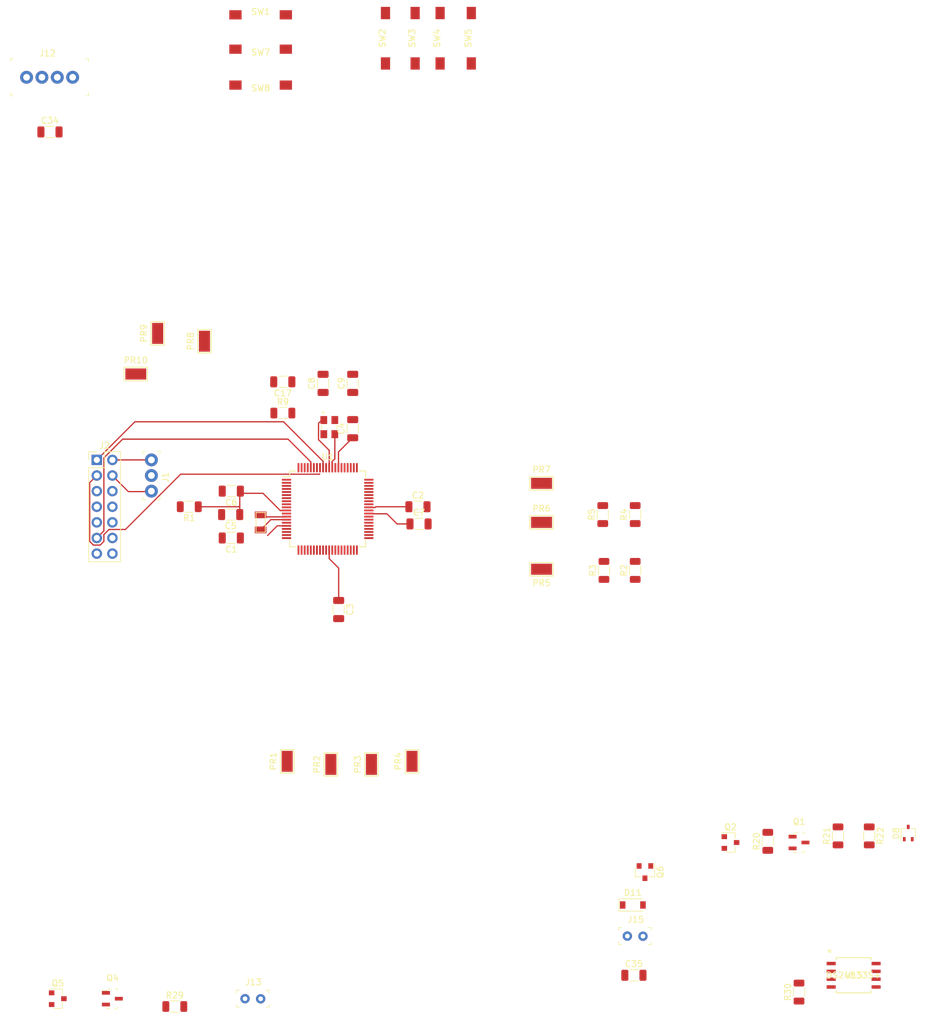
<source format=kicad_pcb>
(kicad_pcb (version 20171130) (host pcbnew "(5.1.9)-1")

  (general
    (thickness 1.5875)
    (drawings 0)
    (tracks 71)
    (zones 0)
    (modules 56)
    (nets 93)
  )

  (page A4)
  (layers
    (0 F.Cu signal)
    (31 B.Cu signal)
    (32 B.Adhes user)
    (33 F.Adhes user)
    (34 B.Paste user)
    (35 F.Paste user)
    (36 B.SilkS user)
    (37 F.SilkS user)
    (38 B.Mask user)
    (39 F.Mask user)
    (40 Dwgs.User user)
    (41 Cmts.User user)
    (42 Eco1.User user)
    (43 Eco2.User user)
    (44 Edge.Cuts user)
    (45 Margin user)
    (46 B.CrtYd user)
    (47 F.CrtYd user)
    (48 B.Fab user)
    (49 F.Fab user)
  )

  (setup
    (last_trace_width 0.2032)
    (trace_clearance 0.2032)
    (zone_clearance 0.508)
    (zone_45_only no)
    (trace_min 0.2032)
    (via_size 0.8128)
    (via_drill 0.4064)
    (via_min_size 0.4064)
    (via_min_drill 0.3048)
    (uvia_size 0.3048)
    (uvia_drill 0.1016)
    (uvias_allowed no)
    (uvia_min_size 0.2032)
    (uvia_min_drill 0.1016)
    (edge_width 0.05)
    (segment_width 0.2)
    (pcb_text_width 0.3)
    (pcb_text_size 1.5 1.5)
    (mod_edge_width 0.12)
    (mod_text_size 1 1)
    (mod_text_width 0.15)
    (pad_size 1.524 1.524)
    (pad_drill 0.762)
    (pad_to_mask_clearance 0)
    (aux_axis_origin 0 0)
    (visible_elements 7FFFFFFF)
    (pcbplotparams
      (layerselection 0x010fc_ffffffff)
      (usegerberextensions false)
      (usegerberattributes true)
      (usegerberadvancedattributes true)
      (creategerberjobfile true)
      (excludeedgelayer true)
      (linewidth 0.100000)
      (plotframeref false)
      (viasonmask false)
      (mode 1)
      (useauxorigin false)
      (hpglpennumber 1)
      (hpglpenspeed 20)
      (hpglpendiameter 15.000000)
      (psnegative false)
      (psa4output false)
      (plotreference true)
      (plotvalue true)
      (plotinvisibletext false)
      (padsonsilk false)
      (subtractmaskfromsilk false)
      (outputformat 1)
      (mirror false)
      (drillshape 1)
      (scaleselection 1)
      (outputdirectory ""))
  )

  (net 0 "")
  (net 1 +3V3)
  (net 2 GND)
  (net 3 "Net-(C5-Pad1)")
  (net 4 "Net-(C7-Pad1)")
  (net 5 "Net-(C8-Pad1)")
  (net 6 "Net-(C9-Pad1)")
  (net 7 LED_POWER_SWITCHED)
  (net 8 ~RESET)
  (net 9 +5V)
  (net 10 +2V8)
  (net 11 +3V0)
  (net 12 MOTOR_POWER)
  (net 13 "Net-(C35-Pad2)")
  (net 14 FW_LED2)
  (net 15 FW_LED1)
  (net 16 FW_LED0)
  (net 17 BATTERY_VOLTAGE_SCALED)
  (net 18 LED_CURRENT_RAW)
  (net 19 MOTOR_CURRENT_RAW)
  (net 20 "Net-(J1-Pad3)")
  (net 21 "Net-(J1-Pad1)")
  (net 22 "Net-(J2-Pad1)")
  (net 23 "Net-(J2-Pad3)")
  (net 24 "Net-(J2-Pad5)")
  (net 25 "Net-(J2-Pad6)")
  (net 26 "Net-(J2-Pad7)")
  (net 27 "Net-(J2-Pad8)")
  (net 28 "Net-(J2-Pad10)")
  (net 29 "Net-(J2-Pad12)")
  (net 30 "Net-(J2-Pad13)")
  (net 31 "Net-(J2-Pad14)")
  (net 32 LED_POWER)
  (net 33 +9V)
  (net 34 I2C_SDA_LCD_AMB)
  (net 35 I2C_SCL_LCD_AMB)
  (net 36 "Net-(J13-Pad2)")
  (net 37 COMM_TXD_TO_CABLE)
  (net 38 "Net-(PR1-Pad1)")
  (net 39 "Net-(PR2-Pad1)")
  (net 40 "Net-(PR3-Pad1)")
  (net 41 "Net-(PR4-Pad1)")
  (net 42 "Net-(PR5-Pad1)")
  (net 43 "Net-(PR6-Pad1)")
  (net 44 "Net-(PR7-Pad1)")
  (net 45 "Net-(PR8-Pad1)")
  (net 46 "Net-(PR9-Pad1)")
  (net 47 "Net-(PR10-Pad1)")
  (net 48 RING_LED_FEEDBACK)
  (net 49 ACCENT_LED_FEEDBACK)
  (net 50 NEOPIXEL_CONTROL)
  (net 51 SWITCH_6)
  (net 52 "Net-(Q1-Pad3)")
  (net 53 "Net-(Q1-Pad1)")
  (net 54 READ_BATTERY_VOLTAGE)
  (net 55 REFLECTIVE_POWER_CTL)
  (net 56 "Net-(Q4-Pad1)")
  (net 57 CONTROL_LED_POWER)
  (net 58 CONTROL_MOTOR_POWER)
  (net 59 I2C_SDA_LASER)
  (net 60 I2C_SCL_LASER)
  (net 61 IR_REMOTE_OUT)
  (net 62 ~LIGHTSENSOR_INTERRUPT)
  (net 63 LASER_GPIO_0)
  (net 64 LASER_GPIO_1)
  (net 65 REFLECTIVE_SENSOR)
  (net 66 SERIAL_NUMBER)
  (net 67 COMM_RXD_FROM_CABLE)
  (net 68 SWITCH_1)
  (net 69 SWITCH_2)
  (net 70 SWITCH_4)
  (net 71 SWITCH_5)
  (net 72 FW_SWITCH_0)
  (net 73 FW_SWITCH_1)
  (net 74 SWITCH_3A)
  (net 75 SWITCH_3B)
  (net 76 SWITCH_3C)
  (net 77 "Net-(U1-Pad5)")
  (net 78 "Net-(U1-Pad13)")
  (net 79 "Net-(U1-Pad14)")
  (net 80 "Net-(U1-Pad44)")
  (net 81 "Net-(U1-Pad47)")
  (net 82 RING_LED_SELECT)
  (net 83 ACCENT_LED_SELECT)
  (net 84 "Net-(U1-Pad58)")
  (net 85 "Net-(U1-Pad59)")
  (net 86 TEMPERATURE_ANALOG)
  (net 87 "Net-(U15-Pad1)")
  (net 88 "Net-(U15-Pad2)")
  (net 89 "Net-(U15-Pad5)")
  (net 90 "Net-(U15-Pad6)")
  (net 91 "Net-(U15-Pad7)")
  (net 92 "Net-(U15-Pad8)")

  (net_class Default "This is the default net class."
    (clearance 0.2032)
    (trace_width 0.2032)
    (via_dia 0.8128)
    (via_drill 0.4064)
    (uvia_dia 0.3048)
    (uvia_drill 0.1016)
    (diff_pair_width 0.2032)
    (diff_pair_gap 0.254)
    (add_net +2V8)
    (add_net +3V0)
    (add_net +3V3)
    (add_net +5V)
    (add_net +9V)
    (add_net ACCENT_LED_FEEDBACK)
    (add_net ACCENT_LED_SELECT)
    (add_net BATTERY_VOLTAGE_SCALED)
    (add_net COMM_RXD_FROM_CABLE)
    (add_net COMM_TXD_TO_CABLE)
    (add_net CONTROL_LED_POWER)
    (add_net CONTROL_MOTOR_POWER)
    (add_net FW_LED0)
    (add_net FW_LED1)
    (add_net FW_LED2)
    (add_net FW_SWITCH_0)
    (add_net FW_SWITCH_1)
    (add_net GND)
    (add_net I2C_SCL_LASER)
    (add_net I2C_SCL_LCD_AMB)
    (add_net I2C_SDA_LASER)
    (add_net I2C_SDA_LCD_AMB)
    (add_net IR_REMOTE_OUT)
    (add_net LASER_GPIO_0)
    (add_net LASER_GPIO_1)
    (add_net LED_CURRENT_RAW)
    (add_net LED_POWER)
    (add_net LED_POWER_SWITCHED)
    (add_net MOTOR_CURRENT_RAW)
    (add_net MOTOR_POWER)
    (add_net NEOPIXEL_CONTROL)
    (add_net "Net-(C35-Pad2)")
    (add_net "Net-(C5-Pad1)")
    (add_net "Net-(C7-Pad1)")
    (add_net "Net-(C8-Pad1)")
    (add_net "Net-(C9-Pad1)")
    (add_net "Net-(J1-Pad1)")
    (add_net "Net-(J1-Pad3)")
    (add_net "Net-(J13-Pad2)")
    (add_net "Net-(J2-Pad1)")
    (add_net "Net-(J2-Pad10)")
    (add_net "Net-(J2-Pad12)")
    (add_net "Net-(J2-Pad13)")
    (add_net "Net-(J2-Pad14)")
    (add_net "Net-(J2-Pad3)")
    (add_net "Net-(J2-Pad5)")
    (add_net "Net-(J2-Pad6)")
    (add_net "Net-(J2-Pad7)")
    (add_net "Net-(J2-Pad8)")
    (add_net "Net-(PR1-Pad1)")
    (add_net "Net-(PR10-Pad1)")
    (add_net "Net-(PR2-Pad1)")
    (add_net "Net-(PR3-Pad1)")
    (add_net "Net-(PR4-Pad1)")
    (add_net "Net-(PR5-Pad1)")
    (add_net "Net-(PR6-Pad1)")
    (add_net "Net-(PR7-Pad1)")
    (add_net "Net-(PR8-Pad1)")
    (add_net "Net-(PR9-Pad1)")
    (add_net "Net-(Q1-Pad1)")
    (add_net "Net-(Q1-Pad3)")
    (add_net "Net-(Q4-Pad1)")
    (add_net "Net-(U1-Pad13)")
    (add_net "Net-(U1-Pad14)")
    (add_net "Net-(U1-Pad44)")
    (add_net "Net-(U1-Pad47)")
    (add_net "Net-(U1-Pad5)")
    (add_net "Net-(U1-Pad58)")
    (add_net "Net-(U1-Pad59)")
    (add_net "Net-(U15-Pad1)")
    (add_net "Net-(U15-Pad2)")
    (add_net "Net-(U15-Pad5)")
    (add_net "Net-(U15-Pad6)")
    (add_net "Net-(U15-Pad7)")
    (add_net "Net-(U15-Pad8)")
    (add_net READ_BATTERY_VOLTAGE)
    (add_net REFLECTIVE_POWER_CTL)
    (add_net REFLECTIVE_SENSOR)
    (add_net RING_LED_FEEDBACK)
    (add_net RING_LED_SELECT)
    (add_net SERIAL_NUMBER)
    (add_net SWITCH_1)
    (add_net SWITCH_2)
    (add_net SWITCH_3A)
    (add_net SWITCH_3B)
    (add_net SWITCH_3C)
    (add_net SWITCH_4)
    (add_net SWITCH_5)
    (add_net SWITCH_6)
    (add_net TEMPERATURE_ANALOG)
    (add_net ~LIGHTSENSOR_INTERRUPT)
    (add_net ~RESET)
  )

  (module Capacitor_SMD:C_1206_3216Metric (layer F.Cu) (tedit 5F68FEEE) (tstamp 600520DD)
    (at 54.913 110.49 180)
    (descr "Capacitor SMD 1206 (3216 Metric), square (rectangular) end terminal, IPC_7351 nominal, (Body size source: IPC-SM-782 page 76, https://www.pcb-3d.com/wordpress/wp-content/uploads/ipc-sm-782a_amendment_1_and_2.pdf), generated with kicad-footprint-generator")
    (tags capacitor)
    (path /5FF17E9A/5FFE932F)
    (attr smd)
    (fp_text reference C1 (at 0 -1.85) (layer F.SilkS)
      (effects (font (size 1 1) (thickness 0.15)))
    )
    (fp_text value 0.1uF (at 0 1.85) (layer F.Fab)
      (effects (font (size 1 1) (thickness 0.15)))
    )
    (fp_line (start -1.6 0.8) (end -1.6 -0.8) (layer F.Fab) (width 0.1))
    (fp_line (start -1.6 -0.8) (end 1.6 -0.8) (layer F.Fab) (width 0.1))
    (fp_line (start 1.6 -0.8) (end 1.6 0.8) (layer F.Fab) (width 0.1))
    (fp_line (start 1.6 0.8) (end -1.6 0.8) (layer F.Fab) (width 0.1))
    (fp_line (start -0.711252 -0.91) (end 0.711252 -0.91) (layer F.SilkS) (width 0.12))
    (fp_line (start -0.711252 0.91) (end 0.711252 0.91) (layer F.SilkS) (width 0.12))
    (fp_line (start -2.3 1.15) (end -2.3 -1.15) (layer F.CrtYd) (width 0.05))
    (fp_line (start -2.3 -1.15) (end 2.3 -1.15) (layer F.CrtYd) (width 0.05))
    (fp_line (start 2.3 -1.15) (end 2.3 1.15) (layer F.CrtYd) (width 0.05))
    (fp_line (start 2.3 1.15) (end -2.3 1.15) (layer F.CrtYd) (width 0.05))
    (fp_text user %R (at 0 0) (layer F.Fab)
      (effects (font (size 0.8 0.8) (thickness 0.12)))
    )
    (pad 1 smd roundrect (at -1.475 0 180) (size 1.15 1.8) (layers F.Cu F.Paste F.Mask) (roundrect_rratio 0.217391)
      (net 1 +3V3))
    (pad 2 smd roundrect (at 1.475 0 180) (size 1.15 1.8) (layers F.Cu F.Paste F.Mask) (roundrect_rratio 0.217391)
      (net 2 GND))
    (model ${KISYS3DMOD}/Capacitor_SMD.3dshapes/C_1206_3216Metric.wrl
      (at (xyz 0 0 0))
      (scale (xyz 1 1 1))
      (rotate (xyz 0 0 0))
    )
  )

  (module Capacitor_SMD:C_1206_3216Metric (layer F.Cu) (tedit 5F68FEEE) (tstamp 600520EE)
    (at 85.295 105.41)
    (descr "Capacitor SMD 1206 (3216 Metric), square (rectangular) end terminal, IPC_7351 nominal, (Body size source: IPC-SM-782 page 76, https://www.pcb-3d.com/wordpress/wp-content/uploads/ipc-sm-782a_amendment_1_and_2.pdf), generated with kicad-footprint-generator")
    (tags capacitor)
    (path /5FF17E9A/5FFE8D7F)
    (attr smd)
    (fp_text reference C2 (at 0 -1.85) (layer F.SilkS)
      (effects (font (size 1 1) (thickness 0.15)))
    )
    (fp_text value 0.1uF (at 0 1.85) (layer F.Fab)
      (effects (font (size 1 1) (thickness 0.15)))
    )
    (fp_line (start 2.3 1.15) (end -2.3 1.15) (layer F.CrtYd) (width 0.05))
    (fp_line (start 2.3 -1.15) (end 2.3 1.15) (layer F.CrtYd) (width 0.05))
    (fp_line (start -2.3 -1.15) (end 2.3 -1.15) (layer F.CrtYd) (width 0.05))
    (fp_line (start -2.3 1.15) (end -2.3 -1.15) (layer F.CrtYd) (width 0.05))
    (fp_line (start -0.711252 0.91) (end 0.711252 0.91) (layer F.SilkS) (width 0.12))
    (fp_line (start -0.711252 -0.91) (end 0.711252 -0.91) (layer F.SilkS) (width 0.12))
    (fp_line (start 1.6 0.8) (end -1.6 0.8) (layer F.Fab) (width 0.1))
    (fp_line (start 1.6 -0.8) (end 1.6 0.8) (layer F.Fab) (width 0.1))
    (fp_line (start -1.6 -0.8) (end 1.6 -0.8) (layer F.Fab) (width 0.1))
    (fp_line (start -1.6 0.8) (end -1.6 -0.8) (layer F.Fab) (width 0.1))
    (fp_text user %R (at 0 0) (layer F.Fab)
      (effects (font (size 0.8 0.8) (thickness 0.12)))
    )
    (pad 2 smd roundrect (at 1.475 0) (size 1.15 1.8) (layers F.Cu F.Paste F.Mask) (roundrect_rratio 0.217391)
      (net 2 GND))
    (pad 1 smd roundrect (at -1.475 0) (size 1.15 1.8) (layers F.Cu F.Paste F.Mask) (roundrect_rratio 0.217391)
      (net 1 +3V3))
    (model ${KISYS3DMOD}/Capacitor_SMD.3dshapes/C_1206_3216Metric.wrl
      (at (xyz 0 0 0))
      (scale (xyz 1 1 1))
      (rotate (xyz 0 0 0))
    )
  )

  (module Capacitor_SMD:C_1206_3216Metric (layer F.Cu) (tedit 5F68FEEE) (tstamp 6005ACD7)
    (at 72.39 122.125 270)
    (descr "Capacitor SMD 1206 (3216 Metric), square (rectangular) end terminal, IPC_7351 nominal, (Body size source: IPC-SM-782 page 76, https://www.pcb-3d.com/wordpress/wp-content/uploads/ipc-sm-782a_amendment_1_and_2.pdf), generated with kicad-footprint-generator")
    (tags capacitor)
    (path /5FF17E9A/5FFDAC03)
    (attr smd)
    (fp_text reference C3 (at 0 -1.85 90) (layer F.SilkS)
      (effects (font (size 1 1) (thickness 0.15)))
    )
    (fp_text value 0.1uF (at 0 1.85 90) (layer F.Fab)
      (effects (font (size 1 1) (thickness 0.15)))
    )
    (fp_line (start -1.6 0.8) (end -1.6 -0.8) (layer F.Fab) (width 0.1))
    (fp_line (start -1.6 -0.8) (end 1.6 -0.8) (layer F.Fab) (width 0.1))
    (fp_line (start 1.6 -0.8) (end 1.6 0.8) (layer F.Fab) (width 0.1))
    (fp_line (start 1.6 0.8) (end -1.6 0.8) (layer F.Fab) (width 0.1))
    (fp_line (start -0.711252 -0.91) (end 0.711252 -0.91) (layer F.SilkS) (width 0.12))
    (fp_line (start -0.711252 0.91) (end 0.711252 0.91) (layer F.SilkS) (width 0.12))
    (fp_line (start -2.3 1.15) (end -2.3 -1.15) (layer F.CrtYd) (width 0.05))
    (fp_line (start -2.3 -1.15) (end 2.3 -1.15) (layer F.CrtYd) (width 0.05))
    (fp_line (start 2.3 -1.15) (end 2.3 1.15) (layer F.CrtYd) (width 0.05))
    (fp_line (start 2.3 1.15) (end -2.3 1.15) (layer F.CrtYd) (width 0.05))
    (fp_text user %R (at 0 0 90) (layer F.Fab)
      (effects (font (size 0.8 0.8) (thickness 0.12)))
    )
    (pad 1 smd roundrect (at -1.475 0 270) (size 1.15 1.8) (layers F.Cu F.Paste F.Mask) (roundrect_rratio 0.217391)
      (net 1 +3V3))
    (pad 2 smd roundrect (at 1.475 0 270) (size 1.15 1.8) (layers F.Cu F.Paste F.Mask) (roundrect_rratio 0.217391)
      (net 2 GND))
    (model ${KISYS3DMOD}/Capacitor_SMD.3dshapes/C_1206_3216Metric.wrl
      (at (xyz 0 0 0))
      (scale (xyz 1 1 1))
      (rotate (xyz 0 0 0))
    )
  )

  (module Capacitor_SMD:C_1206_3216Metric (layer F.Cu) (tedit 5F68FEEE) (tstamp 60052110)
    (at 74.676 92.71 90)
    (descr "Capacitor SMD 1206 (3216 Metric), square (rectangular) end terminal, IPC_7351 nominal, (Body size source: IPC-SM-782 page 76, https://www.pcb-3d.com/wordpress/wp-content/uploads/ipc-sm-782a_amendment_1_and_2.pdf), generated with kicad-footprint-generator")
    (tags capacitor)
    (path /5FF17E9A/5FFE88EC)
    (attr smd)
    (fp_text reference C4 (at 0 -1.85 90) (layer F.SilkS)
      (effects (font (size 1 1) (thickness 0.15)))
    )
    (fp_text value 0.1uF (at 0 1.85 90) (layer F.Fab)
      (effects (font (size 1 1) (thickness 0.15)))
    )
    (fp_line (start 2.3 1.15) (end -2.3 1.15) (layer F.CrtYd) (width 0.05))
    (fp_line (start 2.3 -1.15) (end 2.3 1.15) (layer F.CrtYd) (width 0.05))
    (fp_line (start -2.3 -1.15) (end 2.3 -1.15) (layer F.CrtYd) (width 0.05))
    (fp_line (start -2.3 1.15) (end -2.3 -1.15) (layer F.CrtYd) (width 0.05))
    (fp_line (start -0.711252 0.91) (end 0.711252 0.91) (layer F.SilkS) (width 0.12))
    (fp_line (start -0.711252 -0.91) (end 0.711252 -0.91) (layer F.SilkS) (width 0.12))
    (fp_line (start 1.6 0.8) (end -1.6 0.8) (layer F.Fab) (width 0.1))
    (fp_line (start 1.6 -0.8) (end 1.6 0.8) (layer F.Fab) (width 0.1))
    (fp_line (start -1.6 -0.8) (end 1.6 -0.8) (layer F.Fab) (width 0.1))
    (fp_line (start -1.6 0.8) (end -1.6 -0.8) (layer F.Fab) (width 0.1))
    (fp_text user %R (at 0 0 90) (layer F.Fab)
      (effects (font (size 0.8 0.8) (thickness 0.12)))
    )
    (pad 2 smd roundrect (at 1.475 0 90) (size 1.15 1.8) (layers F.Cu F.Paste F.Mask) (roundrect_rratio 0.217391)
      (net 2 GND))
    (pad 1 smd roundrect (at -1.475 0 90) (size 1.15 1.8) (layers F.Cu F.Paste F.Mask) (roundrect_rratio 0.217391)
      (net 1 +3V3))
    (model ${KISYS3DMOD}/Capacitor_SMD.3dshapes/C_1206_3216Metric.wrl
      (at (xyz 0 0 0))
      (scale (xyz 1 1 1))
      (rotate (xyz 0 0 0))
    )
  )

  (module Capacitor_SMD:C_1206_3216Metric (layer F.Cu) (tedit 5F68FEEE) (tstamp 60052121)
    (at 54.815 106.68 180)
    (descr "Capacitor SMD 1206 (3216 Metric), square (rectangular) end terminal, IPC_7351 nominal, (Body size source: IPC-SM-782 page 76, https://www.pcb-3d.com/wordpress/wp-content/uploads/ipc-sm-782a_amendment_1_and_2.pdf), generated with kicad-footprint-generator")
    (tags capacitor)
    (path /5FF17E9A/5FFDC47F)
    (attr smd)
    (fp_text reference C5 (at 0 -1.85) (layer F.SilkS)
      (effects (font (size 1 1) (thickness 0.15)))
    )
    (fp_text value 4.7uF (at 0 1.85) (layer F.Fab)
      (effects (font (size 1 1) (thickness 0.15)))
    )
    (fp_line (start -1.6 0.8) (end -1.6 -0.8) (layer F.Fab) (width 0.1))
    (fp_line (start -1.6 -0.8) (end 1.6 -0.8) (layer F.Fab) (width 0.1))
    (fp_line (start 1.6 -0.8) (end 1.6 0.8) (layer F.Fab) (width 0.1))
    (fp_line (start 1.6 0.8) (end -1.6 0.8) (layer F.Fab) (width 0.1))
    (fp_line (start -0.711252 -0.91) (end 0.711252 -0.91) (layer F.SilkS) (width 0.12))
    (fp_line (start -0.711252 0.91) (end 0.711252 0.91) (layer F.SilkS) (width 0.12))
    (fp_line (start -2.3 1.15) (end -2.3 -1.15) (layer F.CrtYd) (width 0.05))
    (fp_line (start -2.3 -1.15) (end 2.3 -1.15) (layer F.CrtYd) (width 0.05))
    (fp_line (start 2.3 -1.15) (end 2.3 1.15) (layer F.CrtYd) (width 0.05))
    (fp_line (start 2.3 1.15) (end -2.3 1.15) (layer F.CrtYd) (width 0.05))
    (fp_text user %R (at 0 0) (layer F.Fab)
      (effects (font (size 0.8 0.8) (thickness 0.12)))
    )
    (pad 1 smd roundrect (at -1.475 0 180) (size 1.15 1.8) (layers F.Cu F.Paste F.Mask) (roundrect_rratio 0.217391)
      (net 3 "Net-(C5-Pad1)"))
    (pad 2 smd roundrect (at 1.475 0 180) (size 1.15 1.8) (layers F.Cu F.Paste F.Mask) (roundrect_rratio 0.217391)
      (net 2 GND))
    (model ${KISYS3DMOD}/Capacitor_SMD.3dshapes/C_1206_3216Metric.wrl
      (at (xyz 0 0 0))
      (scale (xyz 1 1 1))
      (rotate (xyz 0 0 0))
    )
  )

  (module Capacitor_SMD:C_1206_3216Metric (layer F.Cu) (tedit 5F68FEEE) (tstamp 60052132)
    (at 54.913 102.87 180)
    (descr "Capacitor SMD 1206 (3216 Metric), square (rectangular) end terminal, IPC_7351 nominal, (Body size source: IPC-SM-782 page 76, https://www.pcb-3d.com/wordpress/wp-content/uploads/ipc-sm-782a_amendment_1_and_2.pdf), generated with kicad-footprint-generator")
    (tags capacitor)
    (path /5FF17E9A/5FFDB394)
    (attr smd)
    (fp_text reference C6 (at 0 -1.85) (layer F.SilkS)
      (effects (font (size 1 1) (thickness 0.15)))
    )
    (fp_text value 0.1uF (at 0 1.85) (layer F.Fab)
      (effects (font (size 1 1) (thickness 0.15)))
    )
    (fp_line (start 2.3 1.15) (end -2.3 1.15) (layer F.CrtYd) (width 0.05))
    (fp_line (start 2.3 -1.15) (end 2.3 1.15) (layer F.CrtYd) (width 0.05))
    (fp_line (start -2.3 -1.15) (end 2.3 -1.15) (layer F.CrtYd) (width 0.05))
    (fp_line (start -2.3 1.15) (end -2.3 -1.15) (layer F.CrtYd) (width 0.05))
    (fp_line (start -0.711252 0.91) (end 0.711252 0.91) (layer F.SilkS) (width 0.12))
    (fp_line (start -0.711252 -0.91) (end 0.711252 -0.91) (layer F.SilkS) (width 0.12))
    (fp_line (start 1.6 0.8) (end -1.6 0.8) (layer F.Fab) (width 0.1))
    (fp_line (start 1.6 -0.8) (end 1.6 0.8) (layer F.Fab) (width 0.1))
    (fp_line (start -1.6 -0.8) (end 1.6 -0.8) (layer F.Fab) (width 0.1))
    (fp_line (start -1.6 0.8) (end -1.6 -0.8) (layer F.Fab) (width 0.1))
    (fp_text user %R (at 0 0) (layer F.Fab)
      (effects (font (size 0.8 0.8) (thickness 0.12)))
    )
    (pad 2 smd roundrect (at 1.475 0 180) (size 1.15 1.8) (layers F.Cu F.Paste F.Mask) (roundrect_rratio 0.217391)
      (net 2 GND))
    (pad 1 smd roundrect (at -1.475 0 180) (size 1.15 1.8) (layers F.Cu F.Paste F.Mask) (roundrect_rratio 0.217391)
      (net 3 "Net-(C5-Pad1)"))
    (model ${KISYS3DMOD}/Capacitor_SMD.3dshapes/C_1206_3216Metric.wrl
      (at (xyz 0 0 0))
      (scale (xyz 1 1 1))
      (rotate (xyz 0 0 0))
    )
  )

  (module Capacitor_SMD:C_1206_3216Metric (layer F.Cu) (tedit 5F68FEEE) (tstamp 60052143)
    (at 85.4692 108.204)
    (descr "Capacitor SMD 1206 (3216 Metric), square (rectangular) end terminal, IPC_7351 nominal, (Body size source: IPC-SM-782 page 76, https://www.pcb-3d.com/wordpress/wp-content/uploads/ipc-sm-782a_amendment_1_and_2.pdf), generated with kicad-footprint-generator")
    (tags capacitor)
    (path /5FF17E9A/60022A87)
    (attr smd)
    (fp_text reference C7 (at 0 -1.85) (layer F.SilkS)
      (effects (font (size 1 1) (thickness 0.15)))
    )
    (fp_text value 0.47uF (at 0 1.85) (layer F.Fab)
      (effects (font (size 1 1) (thickness 0.15)))
    )
    (fp_line (start 2.3 1.15) (end -2.3 1.15) (layer F.CrtYd) (width 0.05))
    (fp_line (start 2.3 -1.15) (end 2.3 1.15) (layer F.CrtYd) (width 0.05))
    (fp_line (start -2.3 -1.15) (end 2.3 -1.15) (layer F.CrtYd) (width 0.05))
    (fp_line (start -2.3 1.15) (end -2.3 -1.15) (layer F.CrtYd) (width 0.05))
    (fp_line (start -0.711252 0.91) (end 0.711252 0.91) (layer F.SilkS) (width 0.12))
    (fp_line (start -0.711252 -0.91) (end 0.711252 -0.91) (layer F.SilkS) (width 0.12))
    (fp_line (start 1.6 0.8) (end -1.6 0.8) (layer F.Fab) (width 0.1))
    (fp_line (start 1.6 -0.8) (end 1.6 0.8) (layer F.Fab) (width 0.1))
    (fp_line (start -1.6 -0.8) (end 1.6 -0.8) (layer F.Fab) (width 0.1))
    (fp_line (start -1.6 0.8) (end -1.6 -0.8) (layer F.Fab) (width 0.1))
    (fp_text user %R (at 0 0) (layer F.Fab)
      (effects (font (size 0.8 0.8) (thickness 0.12)))
    )
    (pad 2 smd roundrect (at 1.475 0) (size 1.15 1.8) (layers F.Cu F.Paste F.Mask) (roundrect_rratio 0.217391)
      (net 2 GND))
    (pad 1 smd roundrect (at -1.475 0) (size 1.15 1.8) (layers F.Cu F.Paste F.Mask) (roundrect_rratio 0.217391)
      (net 4 "Net-(C7-Pad1)"))
    (model ${KISYS3DMOD}/Capacitor_SMD.3dshapes/C_1206_3216Metric.wrl
      (at (xyz 0 0 0))
      (scale (xyz 1 1 1))
      (rotate (xyz 0 0 0))
    )
  )

  (module Capacitor_SMD:C_1206_3216Metric (layer F.Cu) (tedit 5F68FEEE) (tstamp 60052154)
    (at 69.85 85.344 90)
    (descr "Capacitor SMD 1206 (3216 Metric), square (rectangular) end terminal, IPC_7351 nominal, (Body size source: IPC-SM-782 page 76, https://www.pcb-3d.com/wordpress/wp-content/uploads/ipc-sm-782a_amendment_1_and_2.pdf), generated with kicad-footprint-generator")
    (tags capacitor)
    (path /5FF17E9A/5FFC6F07)
    (attr smd)
    (fp_text reference C8 (at 0 -1.85 90) (layer F.SilkS)
      (effects (font (size 1 1) (thickness 0.15)))
    )
    (fp_text value 15pF (at 0 1.85 90) (layer F.Fab)
      (effects (font (size 1 1) (thickness 0.15)))
    )
    (fp_line (start -1.6 0.8) (end -1.6 -0.8) (layer F.Fab) (width 0.1))
    (fp_line (start -1.6 -0.8) (end 1.6 -0.8) (layer F.Fab) (width 0.1))
    (fp_line (start 1.6 -0.8) (end 1.6 0.8) (layer F.Fab) (width 0.1))
    (fp_line (start 1.6 0.8) (end -1.6 0.8) (layer F.Fab) (width 0.1))
    (fp_line (start -0.711252 -0.91) (end 0.711252 -0.91) (layer F.SilkS) (width 0.12))
    (fp_line (start -0.711252 0.91) (end 0.711252 0.91) (layer F.SilkS) (width 0.12))
    (fp_line (start -2.3 1.15) (end -2.3 -1.15) (layer F.CrtYd) (width 0.05))
    (fp_line (start -2.3 -1.15) (end 2.3 -1.15) (layer F.CrtYd) (width 0.05))
    (fp_line (start 2.3 -1.15) (end 2.3 1.15) (layer F.CrtYd) (width 0.05))
    (fp_line (start 2.3 1.15) (end -2.3 1.15) (layer F.CrtYd) (width 0.05))
    (fp_text user %R (at 0 0 90) (layer F.Fab)
      (effects (font (size 0.8 0.8) (thickness 0.12)))
    )
    (pad 1 smd roundrect (at -1.475 0 90) (size 1.15 1.8) (layers F.Cu F.Paste F.Mask) (roundrect_rratio 0.217391)
      (net 5 "Net-(C8-Pad1)"))
    (pad 2 smd roundrect (at 1.475 0 90) (size 1.15 1.8) (layers F.Cu F.Paste F.Mask) (roundrect_rratio 0.217391)
      (net 2 GND))
    (model ${KISYS3DMOD}/Capacitor_SMD.3dshapes/C_1206_3216Metric.wrl
      (at (xyz 0 0 0))
      (scale (xyz 1 1 1))
      (rotate (xyz 0 0 0))
    )
  )

  (module Capacitor_SMD:C_1206_3216Metric (layer F.Cu) (tedit 5F68FEEE) (tstamp 60052165)
    (at 74.676 85.344 90)
    (descr "Capacitor SMD 1206 (3216 Metric), square (rectangular) end terminal, IPC_7351 nominal, (Body size source: IPC-SM-782 page 76, https://www.pcb-3d.com/wordpress/wp-content/uploads/ipc-sm-782a_amendment_1_and_2.pdf), generated with kicad-footprint-generator")
    (tags capacitor)
    (path /5FF17E9A/5FFC763E)
    (attr smd)
    (fp_text reference C9 (at 0 -1.85 90) (layer F.SilkS)
      (effects (font (size 1 1) (thickness 0.15)))
    )
    (fp_text value 15pF (at 0 1.85 90) (layer F.Fab)
      (effects (font (size 1 1) (thickness 0.15)))
    )
    (fp_line (start 2.3 1.15) (end -2.3 1.15) (layer F.CrtYd) (width 0.05))
    (fp_line (start 2.3 -1.15) (end 2.3 1.15) (layer F.CrtYd) (width 0.05))
    (fp_line (start -2.3 -1.15) (end 2.3 -1.15) (layer F.CrtYd) (width 0.05))
    (fp_line (start -2.3 1.15) (end -2.3 -1.15) (layer F.CrtYd) (width 0.05))
    (fp_line (start -0.711252 0.91) (end 0.711252 0.91) (layer F.SilkS) (width 0.12))
    (fp_line (start -0.711252 -0.91) (end 0.711252 -0.91) (layer F.SilkS) (width 0.12))
    (fp_line (start 1.6 0.8) (end -1.6 0.8) (layer F.Fab) (width 0.1))
    (fp_line (start 1.6 -0.8) (end 1.6 0.8) (layer F.Fab) (width 0.1))
    (fp_line (start -1.6 -0.8) (end 1.6 -0.8) (layer F.Fab) (width 0.1))
    (fp_line (start -1.6 0.8) (end -1.6 -0.8) (layer F.Fab) (width 0.1))
    (fp_text user %R (at 0 0 90) (layer F.Fab)
      (effects (font (size 0.8 0.8) (thickness 0.12)))
    )
    (pad 2 smd roundrect (at 1.475 0 90) (size 1.15 1.8) (layers F.Cu F.Paste F.Mask) (roundrect_rratio 0.217391)
      (net 2 GND))
    (pad 1 smd roundrect (at -1.475 0 90) (size 1.15 1.8) (layers F.Cu F.Paste F.Mask) (roundrect_rratio 0.217391)
      (net 6 "Net-(C9-Pad1)"))
    (model ${KISYS3DMOD}/Capacitor_SMD.3dshapes/C_1206_3216Metric.wrl
      (at (xyz 0 0 0))
      (scale (xyz 1 1 1))
      (rotate (xyz 0 0 0))
    )
  )

  (module Capacitor_SMD:C_1206_3216Metric (layer F.Cu) (tedit 5F68FEEE) (tstamp 600521ED)
    (at 63.295 85.09 180)
    (descr "Capacitor SMD 1206 (3216 Metric), square (rectangular) end terminal, IPC_7351 nominal, (Body size source: IPC-SM-782 page 76, https://www.pcb-3d.com/wordpress/wp-content/uploads/ipc-sm-782a_amendment_1_and_2.pdf), generated with kicad-footprint-generator")
    (tags capacitor)
    (path /5FF18003/600689F2)
    (attr smd)
    (fp_text reference C17 (at 0 -1.85) (layer F.SilkS)
      (effects (font (size 1 1) (thickness 0.15)))
    )
    (fp_text value 1uF (at 0 1.85) (layer F.Fab)
      (effects (font (size 1 1) (thickness 0.15)))
    )
    (fp_line (start -1.6 0.8) (end -1.6 -0.8) (layer F.Fab) (width 0.1))
    (fp_line (start -1.6 -0.8) (end 1.6 -0.8) (layer F.Fab) (width 0.1))
    (fp_line (start 1.6 -0.8) (end 1.6 0.8) (layer F.Fab) (width 0.1))
    (fp_line (start 1.6 0.8) (end -1.6 0.8) (layer F.Fab) (width 0.1))
    (fp_line (start -0.711252 -0.91) (end 0.711252 -0.91) (layer F.SilkS) (width 0.12))
    (fp_line (start -0.711252 0.91) (end 0.711252 0.91) (layer F.SilkS) (width 0.12))
    (fp_line (start -2.3 1.15) (end -2.3 -1.15) (layer F.CrtYd) (width 0.05))
    (fp_line (start -2.3 -1.15) (end 2.3 -1.15) (layer F.CrtYd) (width 0.05))
    (fp_line (start 2.3 -1.15) (end 2.3 1.15) (layer F.CrtYd) (width 0.05))
    (fp_line (start 2.3 1.15) (end -2.3 1.15) (layer F.CrtYd) (width 0.05))
    (fp_text user %R (at 0 0) (layer F.Fab)
      (effects (font (size 0.8 0.8) (thickness 0.12)))
    )
    (pad 1 smd roundrect (at -1.475 0 180) (size 1.15 1.8) (layers F.Cu F.Paste F.Mask) (roundrect_rratio 0.217391)
      (net 8 ~RESET))
    (pad 2 smd roundrect (at 1.475 0 180) (size 1.15 1.8) (layers F.Cu F.Paste F.Mask) (roundrect_rratio 0.217391)
      (net 2 GND))
    (model ${KISYS3DMOD}/Capacitor_SMD.3dshapes/C_1206_3216Metric.wrl
      (at (xyz 0 0 0))
      (scale (xyz 1 1 1))
      (rotate (xyz 0 0 0))
    )
  )

  (module Capacitor_SMD:C_1206_3216Metric (layer F.Cu) (tedit 5F68FEEE) (tstamp 6005230E)
    (at 25.4 44.45)
    (descr "Capacitor SMD 1206 (3216 Metric), square (rectangular) end terminal, IPC_7351 nominal, (Body size source: IPC-SM-782 page 76, https://www.pcb-3d.com/wordpress/wp-content/uploads/ipc-sm-782a_amendment_1_and_2.pdf), generated with kicad-footprint-generator")
    (tags capacitor)
    (path /5FFE6AFC/60157E13)
    (attr smd)
    (fp_text reference C34 (at 0 -1.85) (layer F.SilkS)
      (effects (font (size 1 1) (thickness 0.15)))
    )
    (fp_text value 1.0uF (at 0 1.85) (layer F.Fab)
      (effects (font (size 1 1) (thickness 0.15)))
    )
    (fp_line (start 2.3 1.15) (end -2.3 1.15) (layer F.CrtYd) (width 0.05))
    (fp_line (start 2.3 -1.15) (end 2.3 1.15) (layer F.CrtYd) (width 0.05))
    (fp_line (start -2.3 -1.15) (end 2.3 -1.15) (layer F.CrtYd) (width 0.05))
    (fp_line (start -2.3 1.15) (end -2.3 -1.15) (layer F.CrtYd) (width 0.05))
    (fp_line (start -0.711252 0.91) (end 0.711252 0.91) (layer F.SilkS) (width 0.12))
    (fp_line (start -0.711252 -0.91) (end 0.711252 -0.91) (layer F.SilkS) (width 0.12))
    (fp_line (start 1.6 0.8) (end -1.6 0.8) (layer F.Fab) (width 0.1))
    (fp_line (start 1.6 -0.8) (end 1.6 0.8) (layer F.Fab) (width 0.1))
    (fp_line (start -1.6 -0.8) (end 1.6 -0.8) (layer F.Fab) (width 0.1))
    (fp_line (start -1.6 0.8) (end -1.6 -0.8) (layer F.Fab) (width 0.1))
    (fp_text user %R (at 0 0) (layer F.Fab)
      (effects (font (size 0.8 0.8) (thickness 0.12)))
    )
    (pad 2 smd roundrect (at 1.475 0) (size 1.15 1.8) (layers F.Cu F.Paste F.Mask) (roundrect_rratio 0.217391)
      (net 2 GND))
    (pad 1 smd roundrect (at -1.475 0) (size 1.15 1.8) (layers F.Cu F.Paste F.Mask) (roundrect_rratio 0.217391)
      (net 9 +5V))
    (model ${KISYS3DMOD}/Capacitor_SMD.3dshapes/C_1206_3216Metric.wrl
      (at (xyz 0 0 0))
      (scale (xyz 1 1 1))
      (rotate (xyz 0 0 0))
    )
  )

  (module Capacitor_SMD:C_1206_3216Metric (layer F.Cu) (tedit 5F68FEEE) (tstamp 6005231F)
    (at 120.445 181.61)
    (descr "Capacitor SMD 1206 (3216 Metric), square (rectangular) end terminal, IPC_7351 nominal, (Body size source: IPC-SM-782 page 76, https://www.pcb-3d.com/wordpress/wp-content/uploads/ipc-sm-782a_amendment_1_and_2.pdf), generated with kicad-footprint-generator")
    (tags capacitor)
    (path /5FFE6AFC/601EF78E)
    (attr smd)
    (fp_text reference C35 (at 0 -1.85) (layer F.SilkS)
      (effects (font (size 1 1) (thickness 0.15)))
    )
    (fp_text value .001uF (at 0 1.85) (layer F.Fab)
      (effects (font (size 1 1) (thickness 0.15)))
    )
    (fp_line (start -1.6 0.8) (end -1.6 -0.8) (layer F.Fab) (width 0.1))
    (fp_line (start -1.6 -0.8) (end 1.6 -0.8) (layer F.Fab) (width 0.1))
    (fp_line (start 1.6 -0.8) (end 1.6 0.8) (layer F.Fab) (width 0.1))
    (fp_line (start 1.6 0.8) (end -1.6 0.8) (layer F.Fab) (width 0.1))
    (fp_line (start -0.711252 -0.91) (end 0.711252 -0.91) (layer F.SilkS) (width 0.12))
    (fp_line (start -0.711252 0.91) (end 0.711252 0.91) (layer F.SilkS) (width 0.12))
    (fp_line (start -2.3 1.15) (end -2.3 -1.15) (layer F.CrtYd) (width 0.05))
    (fp_line (start -2.3 -1.15) (end 2.3 -1.15) (layer F.CrtYd) (width 0.05))
    (fp_line (start 2.3 -1.15) (end 2.3 1.15) (layer F.CrtYd) (width 0.05))
    (fp_line (start 2.3 1.15) (end -2.3 1.15) (layer F.CrtYd) (width 0.05))
    (fp_text user %R (at 0 0) (layer F.Fab)
      (effects (font (size 0.8 0.8) (thickness 0.12)))
    )
    (pad 1 smd roundrect (at -1.475 0) (size 1.15 1.8) (layers F.Cu F.Paste F.Mask) (roundrect_rratio 0.217391)
      (net 12 MOTOR_POWER))
    (pad 2 smd roundrect (at 1.475 0) (size 1.15 1.8) (layers F.Cu F.Paste F.Mask) (roundrect_rratio 0.217391)
      (net 13 "Net-(C35-Pad2)"))
    (model ${KISYS3DMOD}/Capacitor_SMD.3dshapes/C_1206_3216Metric.wrl
      (at (xyz 0 0 0))
      (scale (xyz 1 1 1))
      (rotate (xyz 0 0 0))
    )
  )

  (module Package_TO_SOT_SMD:SOT-323_SC-70 (layer F.Cu) (tedit 5A02FF57) (tstamp 600523CA)
    (at 165.1 158.48 90)
    (descr "SOT-323, SC-70")
    (tags "SOT-323 SC-70")
    (path /5FF4A023/6001328E)
    (attr smd)
    (fp_text reference D8 (at -0.05 -1.95 90) (layer F.SilkS)
      (effects (font (size 1 1) (thickness 0.15)))
    )
    (fp_text value BAT54SW (at -0.05 2.05 90) (layer F.Fab)
      (effects (font (size 1 1) (thickness 0.15)))
    )
    (fp_line (start -0.18 -1.1) (end -0.68 -0.6) (layer F.Fab) (width 0.1))
    (fp_line (start 0.67 1.1) (end -0.68 1.1) (layer F.Fab) (width 0.1))
    (fp_line (start 0.67 -1.1) (end 0.67 1.1) (layer F.Fab) (width 0.1))
    (fp_line (start -0.68 -0.6) (end -0.68 1.1) (layer F.Fab) (width 0.1))
    (fp_line (start 0.67 -1.1) (end -0.18 -1.1) (layer F.Fab) (width 0.1))
    (fp_line (start -0.68 1.16) (end 0.73 1.16) (layer F.SilkS) (width 0.12))
    (fp_line (start 0.73 -1.16) (end -1.3 -1.16) (layer F.SilkS) (width 0.12))
    (fp_line (start -1.7 1.3) (end -1.7 -1.3) (layer F.CrtYd) (width 0.05))
    (fp_line (start -1.7 -1.3) (end 1.7 -1.3) (layer F.CrtYd) (width 0.05))
    (fp_line (start 1.7 -1.3) (end 1.7 1.3) (layer F.CrtYd) (width 0.05))
    (fp_line (start 1.7 1.3) (end -1.7 1.3) (layer F.CrtYd) (width 0.05))
    (fp_line (start 0.73 -1.16) (end 0.73 -0.5) (layer F.SilkS) (width 0.12))
    (fp_line (start 0.73 0.5) (end 0.73 1.16) (layer F.SilkS) (width 0.12))
    (fp_text user %R (at 0 0) (layer F.Fab)
      (effects (font (size 0.5 0.5) (thickness 0.075)))
    )
    (pad 3 smd rect (at 1 0) (size 0.45 0.7) (layers F.Cu F.Paste F.Mask)
      (net 17 BATTERY_VOLTAGE_SCALED))
    (pad 2 smd rect (at -1 0.65) (size 0.45 0.7) (layers F.Cu F.Paste F.Mask)
      (net 1 +3V3))
    (pad 1 smd rect (at -1 -0.65) (size 0.45 0.7) (layers F.Cu F.Paste F.Mask)
      (net 2 GND))
    (model ${KISYS3DMOD}/Package_TO_SOT_SMD.3dshapes/SOT-323_SC-70.wrl
      (at (xyz 0 0 0))
      (scale (xyz 1 1 1))
      (rotate (xyz 0 0 0))
    )
  )

  (module Diode_SMD:D_SOD-123 (layer F.Cu) (tedit 58645DC7) (tstamp 6005240D)
    (at 120.27 170.18)
    (descr SOD-123)
    (tags SOD-123)
    (path /5FFE6AFC/601E8EDC)
    (attr smd)
    (fp_text reference D11 (at 0 -2) (layer F.SilkS)
      (effects (font (size 1 1) (thickness 0.15)))
    )
    (fp_text value MBR0580 (at 0 2.1) (layer F.Fab)
      (effects (font (size 1 1) (thickness 0.15)))
    )
    (fp_line (start -2.25 -1) (end -2.25 1) (layer F.SilkS) (width 0.12))
    (fp_line (start 0.25 0) (end 0.75 0) (layer F.Fab) (width 0.1))
    (fp_line (start 0.25 0.4) (end -0.35 0) (layer F.Fab) (width 0.1))
    (fp_line (start 0.25 -0.4) (end 0.25 0.4) (layer F.Fab) (width 0.1))
    (fp_line (start -0.35 0) (end 0.25 -0.4) (layer F.Fab) (width 0.1))
    (fp_line (start -0.35 0) (end -0.35 0.55) (layer F.Fab) (width 0.1))
    (fp_line (start -0.35 0) (end -0.35 -0.55) (layer F.Fab) (width 0.1))
    (fp_line (start -0.75 0) (end -0.35 0) (layer F.Fab) (width 0.1))
    (fp_line (start -1.4 0.9) (end -1.4 -0.9) (layer F.Fab) (width 0.1))
    (fp_line (start 1.4 0.9) (end -1.4 0.9) (layer F.Fab) (width 0.1))
    (fp_line (start 1.4 -0.9) (end 1.4 0.9) (layer F.Fab) (width 0.1))
    (fp_line (start -1.4 -0.9) (end 1.4 -0.9) (layer F.Fab) (width 0.1))
    (fp_line (start -2.35 -1.15) (end 2.35 -1.15) (layer F.CrtYd) (width 0.05))
    (fp_line (start 2.35 -1.15) (end 2.35 1.15) (layer F.CrtYd) (width 0.05))
    (fp_line (start 2.35 1.15) (end -2.35 1.15) (layer F.CrtYd) (width 0.05))
    (fp_line (start -2.35 -1.15) (end -2.35 1.15) (layer F.CrtYd) (width 0.05))
    (fp_line (start -2.25 1) (end 1.65 1) (layer F.SilkS) (width 0.12))
    (fp_line (start -2.25 -1) (end 1.65 -1) (layer F.SilkS) (width 0.12))
    (fp_text user %R (at 0 -2) (layer F.Fab)
      (effects (font (size 1 1) (thickness 0.15)))
    )
    (pad 1 smd rect (at -1.65 0) (size 0.9 1.2) (layers F.Cu F.Paste F.Mask)
      (net 12 MOTOR_POWER))
    (pad 2 smd rect (at 1.65 0) (size 0.9 1.2) (layers F.Cu F.Paste F.Mask)
      (net 13 "Net-(C35-Pad2)"))
    (model ${KISYS3DMOD}/Diode_SMD.3dshapes/D_SOD-123.wrl
      (at (xyz 0 0 0))
      (scale (xyz 1 1 1))
      (rotate (xyz 0 0 0))
    )
  )

  (module digikey-footprints:PinHeader_1x3_P2.54_Drill1.1mm (layer F.Cu) (tedit 5A4528F9) (tstamp 600524E4)
    (at 41.91 97.79 270)
    (path /5FF17E9A/600D458E)
    (fp_text reference J1 (at 2.85 -2.28 90) (layer F.SilkS)
      (effects (font (size 1 1) (thickness 0.15)))
    )
    (fp_text value JMPR3 (at 2.71 2.7 90) (layer F.Fab)
      (effects (font (size 1 1) (thickness 0.15)))
    )
    (fp_line (start -1.27 -1.27) (end 6.35 -1.27) (layer F.Fab) (width 0.1))
    (fp_line (start 6.35 -1.27) (end 6.35 1.27) (layer F.Fab) (width 0.1))
    (fp_line (start -1.27 -1.27) (end -1.27 1.27) (layer F.Fab) (width 0.1))
    (fp_line (start -1.27 1.27) (end 6.35 1.27) (layer F.Fab) (width 0.1))
    (fp_line (start 6.5 -1.4) (end 6 -1.4) (layer F.SilkS) (width 0.1))
    (fp_line (start 6.5 -1.4) (end 6.5 -0.9) (layer F.SilkS) (width 0.1))
    (fp_line (start -1.4 -1.4) (end -0.9 -1.4) (layer F.SilkS) (width 0.1))
    (fp_line (start -1.4 -1.4) (end -1.4 -0.9) (layer F.SilkS) (width 0.1))
    (fp_line (start -1.4 1.4) (end -1.4 0.9) (layer F.SilkS) (width 0.1))
    (fp_line (start -1.4 1.4) (end -0.9 1.4) (layer F.SilkS) (width 0.1))
    (fp_line (start 6.5 1.4) (end 6 1.4) (layer F.SilkS) (width 0.1))
    (fp_line (start 6.5 1.4) (end 6.5 0.9) (layer F.SilkS) (width 0.1))
    (fp_line (start -1.52 -1.52) (end 6.6 -1.52) (layer F.CrtYd) (width 0.05))
    (fp_line (start -1.52 -1.52) (end -1.52 1.52) (layer F.CrtYd) (width 0.05))
    (fp_line (start 6.6 -1.52) (end 6.6 1.52) (layer F.CrtYd) (width 0.05))
    (fp_line (start -1.52 1.52) (end 6.6 1.52) (layer F.CrtYd) (width 0.05))
    (pad 3 thru_hole circle (at 5.08 0 270) (size 2.1 2.1) (drill 1.1) (layers *.Cu *.Mask)
      (net 20 "Net-(J1-Pad3)"))
    (pad 2 thru_hole circle (at 2.54 0 270) (size 2.1 2.1) (drill 1.1) (layers *.Cu *.Mask)
      (net 1 +3V3))
    (pad 1 thru_hole circle (at 0 0 270) (size 2.1 2.1) (drill 1.1) (layers *.Cu *.Mask)
      (net 21 "Net-(J1-Pad1)"))
  )

  (module Connector_PinHeader_2.54mm:PinHeader_2x07_P2.54mm_Vertical (layer F.Cu) (tedit 59FED5CC) (tstamp 60054A59)
    (at 33.02 97.79)
    (descr "Through hole straight pin header, 2x07, 2.54mm pitch, double rows")
    (tags "Through hole pin header THT 2x07 2.54mm double row")
    (path /5FF17E9A/5FFC9815)
    (fp_text reference J2 (at 1.27 -2.33) (layer F.SilkS)
      (effects (font (size 1 1) (thickness 0.15)))
    )
    (fp_text value Conn_02x07_Odd_Even (at 1.27 17.57) (layer F.Fab)
      (effects (font (size 1 1) (thickness 0.15)))
    )
    (fp_line (start 0 -1.27) (end 3.81 -1.27) (layer F.Fab) (width 0.1))
    (fp_line (start 3.81 -1.27) (end 3.81 16.51) (layer F.Fab) (width 0.1))
    (fp_line (start 3.81 16.51) (end -1.27 16.51) (layer F.Fab) (width 0.1))
    (fp_line (start -1.27 16.51) (end -1.27 0) (layer F.Fab) (width 0.1))
    (fp_line (start -1.27 0) (end 0 -1.27) (layer F.Fab) (width 0.1))
    (fp_line (start -1.33 16.57) (end 3.87 16.57) (layer F.SilkS) (width 0.12))
    (fp_line (start -1.33 1.27) (end -1.33 16.57) (layer F.SilkS) (width 0.12))
    (fp_line (start 3.87 -1.33) (end 3.87 16.57) (layer F.SilkS) (width 0.12))
    (fp_line (start -1.33 1.27) (end 1.27 1.27) (layer F.SilkS) (width 0.12))
    (fp_line (start 1.27 1.27) (end 1.27 -1.33) (layer F.SilkS) (width 0.12))
    (fp_line (start 1.27 -1.33) (end 3.87 -1.33) (layer F.SilkS) (width 0.12))
    (fp_line (start -1.33 0) (end -1.33 -1.33) (layer F.SilkS) (width 0.12))
    (fp_line (start -1.33 -1.33) (end 0 -1.33) (layer F.SilkS) (width 0.12))
    (fp_line (start -1.8 -1.8) (end -1.8 17.05) (layer F.CrtYd) (width 0.05))
    (fp_line (start -1.8 17.05) (end 4.35 17.05) (layer F.CrtYd) (width 0.05))
    (fp_line (start 4.35 17.05) (end 4.35 -1.8) (layer F.CrtYd) (width 0.05))
    (fp_line (start 4.35 -1.8) (end -1.8 -1.8) (layer F.CrtYd) (width 0.05))
    (fp_text user %R (at 1.27 7.62 90) (layer F.Fab)
      (effects (font (size 1 1) (thickness 0.15)))
    )
    (pad 1 thru_hole rect (at 0 0) (size 1.7 1.7) (drill 1) (layers *.Cu *.Mask)
      (net 22 "Net-(J2-Pad1)"))
    (pad 2 thru_hole oval (at 2.54 0) (size 1.7 1.7) (drill 1) (layers *.Cu *.Mask)
      (net 21 "Net-(J1-Pad1)"))
    (pad 3 thru_hole oval (at 0 2.54) (size 1.7 1.7) (drill 1) (layers *.Cu *.Mask)
      (net 23 "Net-(J2-Pad3)"))
    (pad 4 thru_hole oval (at 2.54 2.54) (size 1.7 1.7) (drill 1) (layers *.Cu *.Mask)
      (net 20 "Net-(J1-Pad3)"))
    (pad 5 thru_hole oval (at 0 5.08) (size 1.7 1.7) (drill 1) (layers *.Cu *.Mask)
      (net 24 "Net-(J2-Pad5)"))
    (pad 6 thru_hole oval (at 2.54 5.08) (size 1.7 1.7) (drill 1) (layers *.Cu *.Mask)
      (net 25 "Net-(J2-Pad6)"))
    (pad 7 thru_hole oval (at 0 7.62) (size 1.7 1.7) (drill 1) (layers *.Cu *.Mask)
      (net 26 "Net-(J2-Pad7)"))
    (pad 8 thru_hole oval (at 2.54 7.62) (size 1.7 1.7) (drill 1) (layers *.Cu *.Mask)
      (net 27 "Net-(J2-Pad8)"))
    (pad 9 thru_hole oval (at 0 10.16) (size 1.7 1.7) (drill 1) (layers *.Cu *.Mask)
      (net 2 GND))
    (pad 10 thru_hole oval (at 2.54 10.16) (size 1.7 1.7) (drill 1) (layers *.Cu *.Mask)
      (net 28 "Net-(J2-Pad10)"))
    (pad 11 thru_hole oval (at 0 12.7) (size 1.7 1.7) (drill 1) (layers *.Cu *.Mask)
      (net 8 ~RESET))
    (pad 12 thru_hole oval (at 2.54 12.7) (size 1.7 1.7) (drill 1) (layers *.Cu *.Mask)
      (net 29 "Net-(J2-Pad12)"))
    (pad 13 thru_hole oval (at 0 15.24) (size 1.7 1.7) (drill 1) (layers *.Cu *.Mask)
      (net 30 "Net-(J2-Pad13)"))
    (pad 14 thru_hole oval (at 2.54 15.24) (size 1.7 1.7) (drill 1) (layers *.Cu *.Mask)
      (net 31 "Net-(J2-Pad14)"))
    (model ${KISYS3DMOD}/Connector_PinHeader_2.54mm.3dshapes/PinHeader_2x07_P2.54mm_Vertical.wrl
      (at (xyz 0 0 0))
      (scale (xyz 1 1 1))
      (rotate (xyz 0 0 0))
    )
  )

  (module digikey-footprints:PinHeader_1x4_P2.5mm_Drill1.1mm (layer F.Cu) (tedit 5A4D1100) (tstamp 600525F0)
    (at 21.59 35.56)
    (descr http://www.jst-mfg.com/product/pdf/eng/eXH.pdf)
    (path /5FFE6AFC/6017B04F)
    (fp_text reference J12 (at 3.4 -3.9) (layer F.SilkS)
      (effects (font (size 1 1) (thickness 0.15)))
    )
    (fp_text value B4B-XH-A_LF__SN_ (at 3.3 4.3) (layer F.Fab)
      (effects (font (size 1 1) (thickness 0.15)))
    )
    (fp_line (start 10.1 -3) (end 10.1 -2.5) (layer F.SilkS) (width 0.1))
    (fp_line (start 10.1 -3) (end 9.6 -3) (layer F.SilkS) (width 0.1))
    (fp_line (start 10.1 3) (end 9.6 3) (layer F.SilkS) (width 0.1))
    (fp_line (start 10.1 3) (end 10.1 2.5) (layer F.SilkS) (width 0.1))
    (fp_line (start 10.2 -3.13) (end 10.2 3.12) (layer F.CrtYd) (width 0.05))
    (fp_line (start 9.95 -2.875) (end 9.95 2.875) (layer F.Fab) (width 0.1))
    (fp_line (start -2.45 2.875) (end 9.95 2.875) (layer F.Fab) (width 0.1))
    (fp_line (start 10.2 3.12) (end -2.7 3.12) (layer F.CrtYd) (width 0.05))
    (fp_line (start -2.7 -3.13) (end -2.7 3.12) (layer F.CrtYd) (width 0.05))
    (fp_line (start 10.2 -3.13) (end -2.7 -3.13) (layer F.CrtYd) (width 0.05))
    (fp_line (start -2.6 -3) (end -2.6 -2.5) (layer F.SilkS) (width 0.1))
    (fp_line (start -2.6 -3) (end -2.1 -3) (layer F.SilkS) (width 0.1))
    (fp_line (start -2.6 3) (end -2.6 2.5) (layer F.SilkS) (width 0.1))
    (fp_line (start -2.6 3) (end -2.1 3) (layer F.SilkS) (width 0.1))
    (fp_line (start -2.45 -2.875) (end 9.95 -2.875) (layer F.Fab) (width 0.1))
    (fp_line (start -2.45 -2.875) (end -2.45 2.875) (layer F.Fab) (width 0.1))
    (fp_text user %R (at 3.8 0) (layer F.Fab)
      (effects (font (size 1 1) (thickness 0.15)))
    )
    (pad 1 thru_hole circle (at 0 0) (size 2.1 2.1) (drill 1.1) (layers *.Cu *.Mask)
      (net 2 GND))
    (pad 2 thru_hole circle (at 2.5 0) (size 2.1 2.1) (drill 1.1) (layers *.Cu *.Mask)
      (net 9 +5V))
    (pad 3 thru_hole circle (at 5 0) (size 2.1 2.1) (drill 1.1) (layers *.Cu *.Mask)
      (net 34 I2C_SDA_LCD_AMB))
    (pad 4 thru_hole circle (at 7.5 0) (size 2.1 2.1) (drill 1.1) (layers *.Cu *.Mask)
      (net 35 I2C_SCL_LCD_AMB))
  )

  (module digikey-footprints:PinHeader_1x2_P2.54mm (layer F.Cu) (tedit 5A57D437) (tstamp 60052607)
    (at 57.15 185.42)
    (path /5FFE6AFC/60063584)
    (fp_text reference J13 (at 1.37 -2.69) (layer F.SilkS)
      (effects (font (size 1 1) (thickness 0.15)))
    )
    (fp_text value M20-9990246 (at 1.26 2.84) (layer F.Fab)
      (effects (font (size 1 1) (thickness 0.15)))
    )
    (fp_line (start 4.06 1.52) (end -1.52 1.52) (layer F.CrtYd) (width 0.05))
    (fp_line (start -1.52 -1.52) (end -1.52 1.52) (layer F.CrtYd) (width 0.05))
    (fp_line (start 4.06 -1.52) (end 4.06 1.52) (layer F.CrtYd) (width 0.05))
    (fp_line (start 4.06 -1.52) (end -1.52 -1.52) (layer F.CrtYd) (width 0.05))
    (fp_line (start 3.9 1.4) (end 3.9 0.9) (layer F.SilkS) (width 0.1))
    (fp_line (start 3.9 1.4) (end 3.4 1.4) (layer F.SilkS) (width 0.1))
    (fp_line (start -1.4 1.4) (end -1.4 0.9) (layer F.SilkS) (width 0.1))
    (fp_line (start -1.4 1.4) (end -0.9 1.4) (layer F.SilkS) (width 0.1))
    (fp_line (start -1.4 -1.4) (end -1.4 -0.9) (layer F.SilkS) (width 0.1))
    (fp_line (start -1.4 -1.4) (end -0.9 -1.4) (layer F.SilkS) (width 0.1))
    (fp_line (start 3.9 -1.4) (end 3.9 -0.9) (layer F.SilkS) (width 0.1))
    (fp_line (start 3.9 -1.4) (end 3.4 -1.4) (layer F.SilkS) (width 0.1))
    (fp_line (start -1.27 1.27) (end 3.81 1.27) (layer F.Fab) (width 0.1))
    (fp_line (start 3.81 1.27) (end 3.81 -1.27) (layer F.Fab) (width 0.1))
    (fp_line (start -1.27 -1.27) (end 3.81 -1.27) (layer F.Fab) (width 0.1))
    (fp_line (start -1.27 1.27) (end -1.27 -1.27) (layer F.Fab) (width 0.1))
    (fp_text user %R (at 1.2 0) (layer F.Fab)
      (effects (font (size 1 1) (thickness 0.15)))
    )
    (pad 1 thru_hole circle (at 0 0) (size 1.524 1.524) (drill 0.762) (layers *.Cu *.Mask)
      (net 7 LED_POWER_SWITCHED))
    (pad 2 thru_hole circle (at 2.54 0.02) (size 1.524 1.524) (drill 0.762) (layers *.Cu *.Mask)
      (net 36 "Net-(J13-Pad2)"))
  )

  (module digikey-footprints:PinHeader_1x2_P2.54mm (layer F.Cu) (tedit 5A57D437) (tstamp 6005261E)
    (at 119.38 175.24)
    (path /5FFE6AFC/60148F21)
    (fp_text reference J15 (at 1.37 -2.69) (layer F.SilkS)
      (effects (font (size 1 1) (thickness 0.15)))
    )
    (fp_text value JMPR2 (at 1.26 2.84) (layer F.Fab)
      (effects (font (size 1 1) (thickness 0.15)))
    )
    (fp_line (start 4.06 1.52) (end -1.52 1.52) (layer F.CrtYd) (width 0.05))
    (fp_line (start -1.52 -1.52) (end -1.52 1.52) (layer F.CrtYd) (width 0.05))
    (fp_line (start 4.06 -1.52) (end 4.06 1.52) (layer F.CrtYd) (width 0.05))
    (fp_line (start 4.06 -1.52) (end -1.52 -1.52) (layer F.CrtYd) (width 0.05))
    (fp_line (start 3.9 1.4) (end 3.9 0.9) (layer F.SilkS) (width 0.1))
    (fp_line (start 3.9 1.4) (end 3.4 1.4) (layer F.SilkS) (width 0.1))
    (fp_line (start -1.4 1.4) (end -1.4 0.9) (layer F.SilkS) (width 0.1))
    (fp_line (start -1.4 1.4) (end -0.9 1.4) (layer F.SilkS) (width 0.1))
    (fp_line (start -1.4 -1.4) (end -1.4 -0.9) (layer F.SilkS) (width 0.1))
    (fp_line (start -1.4 -1.4) (end -0.9 -1.4) (layer F.SilkS) (width 0.1))
    (fp_line (start 3.9 -1.4) (end 3.9 -0.9) (layer F.SilkS) (width 0.1))
    (fp_line (start 3.9 -1.4) (end 3.4 -1.4) (layer F.SilkS) (width 0.1))
    (fp_line (start -1.27 1.27) (end 3.81 1.27) (layer F.Fab) (width 0.1))
    (fp_line (start 3.81 1.27) (end 3.81 -1.27) (layer F.Fab) (width 0.1))
    (fp_line (start -1.27 -1.27) (end 3.81 -1.27) (layer F.Fab) (width 0.1))
    (fp_line (start -1.27 1.27) (end -1.27 -1.27) (layer F.Fab) (width 0.1))
    (fp_text user %R (at 1.2 0) (layer F.Fab)
      (effects (font (size 1 1) (thickness 0.15)))
    )
    (pad 1 thru_hole circle (at 0 0) (size 1.524 1.524) (drill 0.762) (layers *.Cu *.Mask)
      (net 12 MOTOR_POWER))
    (pad 2 thru_hole circle (at 2.54 0.02) (size 1.524 1.524) (drill 0.762) (layers *.Cu *.Mask)
      (net 13 "Net-(C35-Pad2)"))
  )

  (module TestPoint:TestPoint_Keystone_5015_Micro-Minature (layer F.Cu) (tedit 5A0F774F) (tstamp 6005265E)
    (at 64.008 146.812 90)
    (descr "SMT Test Point- Micro Miniature 5015, http://www.keyelco.com/product-pdf.cfm?p=1353")
    (tags "Test Point")
    (path /5FF17E9A/600EC514)
    (attr smd)
    (fp_text reference PR1 (at 0 -2.25 90) (layer F.SilkS)
      (effects (font (size 1 1) (thickness 0.15)))
    )
    (fp_text value PROBE-PT-TINY (at 0 2.25 90) (layer F.Fab)
      (effects (font (size 1 1) (thickness 0.15)))
    )
    (fp_line (start -2.15 -1.35) (end 2.15 -1.35) (layer F.CrtYd) (width 0.05))
    (fp_line (start 2.15 -1.35) (end 2.15 1.35) (layer F.CrtYd) (width 0.05))
    (fp_line (start 2.15 1.35) (end -2.15 1.35) (layer F.CrtYd) (width 0.05))
    (fp_line (start -2.15 1.35) (end -2.15 -1.35) (layer F.CrtYd) (width 0.05))
    (fp_line (start -1.9 -1.1) (end 1.9 -1.1) (layer F.SilkS) (width 0.15))
    (fp_line (start 1.9 -1.1) (end 1.9 1.1) (layer F.SilkS) (width 0.15))
    (fp_line (start 1.9 1.1) (end -1.9 1.1) (layer F.SilkS) (width 0.15))
    (fp_line (start -1.9 1.1) (end -1.9 -1.1) (layer F.SilkS) (width 0.15))
    (fp_line (start -1.35 0.5) (end 1.35 0.5) (layer F.Fab) (width 0.15))
    (fp_line (start 1.35 -0.5) (end 1.35 0.5) (layer F.Fab) (width 0.15))
    (fp_line (start 1.35 -0.5) (end -1.35 -0.5) (layer F.Fab) (width 0.15))
    (fp_line (start -1.35 0.5) (end -1.35 -0.5) (layer F.Fab) (width 0.15))
    (fp_text user %R (at 0 0 90) (layer F.Fab)
      (effects (font (size 0.6 0.6) (thickness 0.09)))
    )
    (pad 1 smd rect (at 0 0 90) (size 3.4 1.8) (layers F.Cu F.Paste F.Mask)
      (net 38 "Net-(PR1-Pad1)"))
    (model ${KISYS3DMOD}/TestPoint.3dshapes/TestPoint_Keystone_5015_Micro-Minature.wrl
      (at (xyz 0 0 0))
      (scale (xyz 1 1 1))
      (rotate (xyz 0 0 0))
    )
  )

  (module TestPoint:TestPoint_Keystone_5015_Micro-Minature (layer F.Cu) (tedit 5A0F774F) (tstamp 60052670)
    (at 71.12 147.32 90)
    (descr "SMT Test Point- Micro Miniature 5015, http://www.keyelco.com/product-pdf.cfm?p=1353")
    (tags "Test Point")
    (path /5FF17E9A/60207FC1)
    (attr smd)
    (fp_text reference PR2 (at 0 -2.25 90) (layer F.SilkS)
      (effects (font (size 1 1) (thickness 0.15)))
    )
    (fp_text value PROBE-PT-TINY (at 0 2.25 90) (layer F.Fab)
      (effects (font (size 1 1) (thickness 0.15)))
    )
    (fp_line (start -2.15 -1.35) (end 2.15 -1.35) (layer F.CrtYd) (width 0.05))
    (fp_line (start 2.15 -1.35) (end 2.15 1.35) (layer F.CrtYd) (width 0.05))
    (fp_line (start 2.15 1.35) (end -2.15 1.35) (layer F.CrtYd) (width 0.05))
    (fp_line (start -2.15 1.35) (end -2.15 -1.35) (layer F.CrtYd) (width 0.05))
    (fp_line (start -1.9 -1.1) (end 1.9 -1.1) (layer F.SilkS) (width 0.15))
    (fp_line (start 1.9 -1.1) (end 1.9 1.1) (layer F.SilkS) (width 0.15))
    (fp_line (start 1.9 1.1) (end -1.9 1.1) (layer F.SilkS) (width 0.15))
    (fp_line (start -1.9 1.1) (end -1.9 -1.1) (layer F.SilkS) (width 0.15))
    (fp_line (start -1.35 0.5) (end 1.35 0.5) (layer F.Fab) (width 0.15))
    (fp_line (start 1.35 -0.5) (end 1.35 0.5) (layer F.Fab) (width 0.15))
    (fp_line (start 1.35 -0.5) (end -1.35 -0.5) (layer F.Fab) (width 0.15))
    (fp_line (start -1.35 0.5) (end -1.35 -0.5) (layer F.Fab) (width 0.15))
    (fp_text user %R (at 0 0 90) (layer F.Fab)
      (effects (font (size 0.6 0.6) (thickness 0.09)))
    )
    (pad 1 smd rect (at 0 0 90) (size 3.4 1.8) (layers F.Cu F.Paste F.Mask)
      (net 39 "Net-(PR2-Pad1)"))
    (model ${KISYS3DMOD}/TestPoint.3dshapes/TestPoint_Keystone_5015_Micro-Minature.wrl
      (at (xyz 0 0 0))
      (scale (xyz 1 1 1))
      (rotate (xyz 0 0 0))
    )
  )

  (module TestPoint:TestPoint_Keystone_5015_Micro-Minature (layer F.Cu) (tedit 5A0F774F) (tstamp 60052682)
    (at 77.724 147.32 90)
    (descr "SMT Test Point- Micro Miniature 5015, http://www.keyelco.com/product-pdf.cfm?p=1353")
    (tags "Test Point")
    (path /5FF17E9A/6020D5D9)
    (attr smd)
    (fp_text reference PR3 (at 0 -2.25 90) (layer F.SilkS)
      (effects (font (size 1 1) (thickness 0.15)))
    )
    (fp_text value PROBE-PT-TINY (at 0 2.25 90) (layer F.Fab)
      (effects (font (size 1 1) (thickness 0.15)))
    )
    (fp_line (start -1.35 0.5) (end -1.35 -0.5) (layer F.Fab) (width 0.15))
    (fp_line (start 1.35 -0.5) (end -1.35 -0.5) (layer F.Fab) (width 0.15))
    (fp_line (start 1.35 -0.5) (end 1.35 0.5) (layer F.Fab) (width 0.15))
    (fp_line (start -1.35 0.5) (end 1.35 0.5) (layer F.Fab) (width 0.15))
    (fp_line (start -1.9 1.1) (end -1.9 -1.1) (layer F.SilkS) (width 0.15))
    (fp_line (start 1.9 1.1) (end -1.9 1.1) (layer F.SilkS) (width 0.15))
    (fp_line (start 1.9 -1.1) (end 1.9 1.1) (layer F.SilkS) (width 0.15))
    (fp_line (start -1.9 -1.1) (end 1.9 -1.1) (layer F.SilkS) (width 0.15))
    (fp_line (start -2.15 1.35) (end -2.15 -1.35) (layer F.CrtYd) (width 0.05))
    (fp_line (start 2.15 1.35) (end -2.15 1.35) (layer F.CrtYd) (width 0.05))
    (fp_line (start 2.15 -1.35) (end 2.15 1.35) (layer F.CrtYd) (width 0.05))
    (fp_line (start -2.15 -1.35) (end 2.15 -1.35) (layer F.CrtYd) (width 0.05))
    (fp_text user %R (at 0 0 90) (layer F.Fab)
      (effects (font (size 0.6 0.6) (thickness 0.09)))
    )
    (pad 1 smd rect (at 0 0 90) (size 3.4 1.8) (layers F.Cu F.Paste F.Mask)
      (net 40 "Net-(PR3-Pad1)"))
    (model ${KISYS3DMOD}/TestPoint.3dshapes/TestPoint_Keystone_5015_Micro-Minature.wrl
      (at (xyz 0 0 0))
      (scale (xyz 1 1 1))
      (rotate (xyz 0 0 0))
    )
  )

  (module TestPoint:TestPoint_Keystone_5015_Micro-Minature (layer F.Cu) (tedit 5A0F774F) (tstamp 60052694)
    (at 84.328 146.812 90)
    (descr "SMT Test Point- Micro Miniature 5015, http://www.keyelco.com/product-pdf.cfm?p=1353")
    (tags "Test Point")
    (path /5FF17E9A/602189FC)
    (attr smd)
    (fp_text reference PR4 (at 0 -2.25 90) (layer F.SilkS)
      (effects (font (size 1 1) (thickness 0.15)))
    )
    (fp_text value PROBE-PT-TINY (at 0 2.25 90) (layer F.Fab)
      (effects (font (size 1 1) (thickness 0.15)))
    )
    (fp_line (start -1.35 0.5) (end -1.35 -0.5) (layer F.Fab) (width 0.15))
    (fp_line (start 1.35 -0.5) (end -1.35 -0.5) (layer F.Fab) (width 0.15))
    (fp_line (start 1.35 -0.5) (end 1.35 0.5) (layer F.Fab) (width 0.15))
    (fp_line (start -1.35 0.5) (end 1.35 0.5) (layer F.Fab) (width 0.15))
    (fp_line (start -1.9 1.1) (end -1.9 -1.1) (layer F.SilkS) (width 0.15))
    (fp_line (start 1.9 1.1) (end -1.9 1.1) (layer F.SilkS) (width 0.15))
    (fp_line (start 1.9 -1.1) (end 1.9 1.1) (layer F.SilkS) (width 0.15))
    (fp_line (start -1.9 -1.1) (end 1.9 -1.1) (layer F.SilkS) (width 0.15))
    (fp_line (start -2.15 1.35) (end -2.15 -1.35) (layer F.CrtYd) (width 0.05))
    (fp_line (start 2.15 1.35) (end -2.15 1.35) (layer F.CrtYd) (width 0.05))
    (fp_line (start 2.15 -1.35) (end 2.15 1.35) (layer F.CrtYd) (width 0.05))
    (fp_line (start -2.15 -1.35) (end 2.15 -1.35) (layer F.CrtYd) (width 0.05))
    (fp_text user %R (at 0 0 90) (layer F.Fab)
      (effects (font (size 0.6 0.6) (thickness 0.09)))
    )
    (pad 1 smd rect (at 0 0 90) (size 3.4 1.8) (layers F.Cu F.Paste F.Mask)
      (net 41 "Net-(PR4-Pad1)"))
    (model ${KISYS3DMOD}/TestPoint.3dshapes/TestPoint_Keystone_5015_Micro-Minature.wrl
      (at (xyz 0 0 0))
      (scale (xyz 1 1 1))
      (rotate (xyz 0 0 0))
    )
  )

  (module TestPoint:TestPoint_Keystone_5015_Micro-Minature (layer F.Cu) (tedit 5A0F774F) (tstamp 6008272D)
    (at 105.41 115.57 180)
    (descr "SMT Test Point- Micro Miniature 5015, http://www.keyelco.com/product-pdf.cfm?p=1353")
    (tags "Test Point")
    (path /5FF17E9A/6020DB43)
    (attr smd)
    (fp_text reference PR5 (at 0 -2.25) (layer F.SilkS)
      (effects (font (size 1 1) (thickness 0.15)))
    )
    (fp_text value PROBE-PT-TINY (at 0 2.25) (layer F.Fab)
      (effects (font (size 1 1) (thickness 0.15)))
    )
    (fp_line (start -2.15 -1.35) (end 2.15 -1.35) (layer F.CrtYd) (width 0.05))
    (fp_line (start 2.15 -1.35) (end 2.15 1.35) (layer F.CrtYd) (width 0.05))
    (fp_line (start 2.15 1.35) (end -2.15 1.35) (layer F.CrtYd) (width 0.05))
    (fp_line (start -2.15 1.35) (end -2.15 -1.35) (layer F.CrtYd) (width 0.05))
    (fp_line (start -1.9 -1.1) (end 1.9 -1.1) (layer F.SilkS) (width 0.15))
    (fp_line (start 1.9 -1.1) (end 1.9 1.1) (layer F.SilkS) (width 0.15))
    (fp_line (start 1.9 1.1) (end -1.9 1.1) (layer F.SilkS) (width 0.15))
    (fp_line (start -1.9 1.1) (end -1.9 -1.1) (layer F.SilkS) (width 0.15))
    (fp_line (start -1.35 0.5) (end 1.35 0.5) (layer F.Fab) (width 0.15))
    (fp_line (start 1.35 -0.5) (end 1.35 0.5) (layer F.Fab) (width 0.15))
    (fp_line (start 1.35 -0.5) (end -1.35 -0.5) (layer F.Fab) (width 0.15))
    (fp_line (start -1.35 0.5) (end -1.35 -0.5) (layer F.Fab) (width 0.15))
    (fp_text user %R (at 0 0) (layer F.Fab)
      (effects (font (size 0.6 0.6) (thickness 0.09)))
    )
    (pad 1 smd rect (at 0 0 180) (size 3.4 1.8) (layers F.Cu F.Paste F.Mask)
      (net 42 "Net-(PR5-Pad1)"))
    (model ${KISYS3DMOD}/TestPoint.3dshapes/TestPoint_Keystone_5015_Micro-Minature.wrl
      (at (xyz 0 0 0))
      (scale (xyz 1 1 1))
      (rotate (xyz 0 0 0))
    )
  )

  (module TestPoint:TestPoint_Keystone_5015_Micro-Minature (layer F.Cu) (tedit 5A0F774F) (tstamp 60082760)
    (at 105.41 107.95)
    (descr "SMT Test Point- Micro Miniature 5015, http://www.keyelco.com/product-pdf.cfm?p=1353")
    (tags "Test Point")
    (path /5FF17E9A/60262472)
    (attr smd)
    (fp_text reference PR6 (at 0 -2.25) (layer F.SilkS)
      (effects (font (size 1 1) (thickness 0.15)))
    )
    (fp_text value PROBE-PT-TINY (at 0 2.25) (layer F.Fab)
      (effects (font (size 1 1) (thickness 0.15)))
    )
    (fp_line (start -2.15 -1.35) (end 2.15 -1.35) (layer F.CrtYd) (width 0.05))
    (fp_line (start 2.15 -1.35) (end 2.15 1.35) (layer F.CrtYd) (width 0.05))
    (fp_line (start 2.15 1.35) (end -2.15 1.35) (layer F.CrtYd) (width 0.05))
    (fp_line (start -2.15 1.35) (end -2.15 -1.35) (layer F.CrtYd) (width 0.05))
    (fp_line (start -1.9 -1.1) (end 1.9 -1.1) (layer F.SilkS) (width 0.15))
    (fp_line (start 1.9 -1.1) (end 1.9 1.1) (layer F.SilkS) (width 0.15))
    (fp_line (start 1.9 1.1) (end -1.9 1.1) (layer F.SilkS) (width 0.15))
    (fp_line (start -1.9 1.1) (end -1.9 -1.1) (layer F.SilkS) (width 0.15))
    (fp_line (start -1.35 0.5) (end 1.35 0.5) (layer F.Fab) (width 0.15))
    (fp_line (start 1.35 -0.5) (end 1.35 0.5) (layer F.Fab) (width 0.15))
    (fp_line (start 1.35 -0.5) (end -1.35 -0.5) (layer F.Fab) (width 0.15))
    (fp_line (start -1.35 0.5) (end -1.35 -0.5) (layer F.Fab) (width 0.15))
    (fp_text user %R (at 0 0) (layer F.Fab)
      (effects (font (size 0.6 0.6) (thickness 0.09)))
    )
    (pad 1 smd rect (at 0 0) (size 3.4 1.8) (layers F.Cu F.Paste F.Mask)
      (net 43 "Net-(PR6-Pad1)"))
    (model ${KISYS3DMOD}/TestPoint.3dshapes/TestPoint_Keystone_5015_Micro-Minature.wrl
      (at (xyz 0 0 0))
      (scale (xyz 1 1 1))
      (rotate (xyz 0 0 0))
    )
  )

  (module TestPoint:TestPoint_Keystone_5015_Micro-Minature (layer F.Cu) (tedit 5A0F774F) (tstamp 60082793)
    (at 105.41 101.6)
    (descr "SMT Test Point- Micro Miniature 5015, http://www.keyelco.com/product-pdf.cfm?p=1353")
    (tags "Test Point")
    (path /5FF17E9A/600E5F78)
    (attr smd)
    (fp_text reference PR7 (at 0 -2.25) (layer F.SilkS)
      (effects (font (size 1 1) (thickness 0.15)))
    )
    (fp_text value PROBE-PT-TINY (at 0 2.25) (layer F.Fab)
      (effects (font (size 1 1) (thickness 0.15)))
    )
    (fp_line (start -1.35 0.5) (end -1.35 -0.5) (layer F.Fab) (width 0.15))
    (fp_line (start 1.35 -0.5) (end -1.35 -0.5) (layer F.Fab) (width 0.15))
    (fp_line (start 1.35 -0.5) (end 1.35 0.5) (layer F.Fab) (width 0.15))
    (fp_line (start -1.35 0.5) (end 1.35 0.5) (layer F.Fab) (width 0.15))
    (fp_line (start -1.9 1.1) (end -1.9 -1.1) (layer F.SilkS) (width 0.15))
    (fp_line (start 1.9 1.1) (end -1.9 1.1) (layer F.SilkS) (width 0.15))
    (fp_line (start 1.9 -1.1) (end 1.9 1.1) (layer F.SilkS) (width 0.15))
    (fp_line (start -1.9 -1.1) (end 1.9 -1.1) (layer F.SilkS) (width 0.15))
    (fp_line (start -2.15 1.35) (end -2.15 -1.35) (layer F.CrtYd) (width 0.05))
    (fp_line (start 2.15 1.35) (end -2.15 1.35) (layer F.CrtYd) (width 0.05))
    (fp_line (start 2.15 -1.35) (end 2.15 1.35) (layer F.CrtYd) (width 0.05))
    (fp_line (start -2.15 -1.35) (end 2.15 -1.35) (layer F.CrtYd) (width 0.05))
    (fp_text user %R (at 0 0) (layer F.Fab)
      (effects (font (size 0.6 0.6) (thickness 0.09)))
    )
    (pad 1 smd rect (at 0 0) (size 3.4 1.8) (layers F.Cu F.Paste F.Mask)
      (net 44 "Net-(PR7-Pad1)"))
    (model ${KISYS3DMOD}/TestPoint.3dshapes/TestPoint_Keystone_5015_Micro-Minature.wrl
      (at (xyz 0 0 0))
      (scale (xyz 1 1 1))
      (rotate (xyz 0 0 0))
    )
  )

  (module TestPoint:TestPoint_Keystone_5015_Micro-Minature (layer F.Cu) (tedit 5A0F774F) (tstamp 600526DC)
    (at 50.546 78.486 90)
    (descr "SMT Test Point- Micro Miniature 5015, http://www.keyelco.com/product-pdf.cfm?p=1353")
    (tags "Test Point")
    (path /5FF17E9A/60114F15)
    (attr smd)
    (fp_text reference PR8 (at 0 -2.25 90) (layer F.SilkS)
      (effects (font (size 1 1) (thickness 0.15)))
    )
    (fp_text value PROBE-PT-TINY (at 0 2.25 90) (layer F.Fab)
      (effects (font (size 1 1) (thickness 0.15)))
    )
    (fp_line (start -1.35 0.5) (end -1.35 -0.5) (layer F.Fab) (width 0.15))
    (fp_line (start 1.35 -0.5) (end -1.35 -0.5) (layer F.Fab) (width 0.15))
    (fp_line (start 1.35 -0.5) (end 1.35 0.5) (layer F.Fab) (width 0.15))
    (fp_line (start -1.35 0.5) (end 1.35 0.5) (layer F.Fab) (width 0.15))
    (fp_line (start -1.9 1.1) (end -1.9 -1.1) (layer F.SilkS) (width 0.15))
    (fp_line (start 1.9 1.1) (end -1.9 1.1) (layer F.SilkS) (width 0.15))
    (fp_line (start 1.9 -1.1) (end 1.9 1.1) (layer F.SilkS) (width 0.15))
    (fp_line (start -1.9 -1.1) (end 1.9 -1.1) (layer F.SilkS) (width 0.15))
    (fp_line (start -2.15 1.35) (end -2.15 -1.35) (layer F.CrtYd) (width 0.05))
    (fp_line (start 2.15 1.35) (end -2.15 1.35) (layer F.CrtYd) (width 0.05))
    (fp_line (start 2.15 -1.35) (end 2.15 1.35) (layer F.CrtYd) (width 0.05))
    (fp_line (start -2.15 -1.35) (end 2.15 -1.35) (layer F.CrtYd) (width 0.05))
    (fp_text user %R (at 0 0 90) (layer F.Fab)
      (effects (font (size 0.6 0.6) (thickness 0.09)))
    )
    (pad 1 smd rect (at 0 0 90) (size 3.4 1.8) (layers F.Cu F.Paste F.Mask)
      (net 45 "Net-(PR8-Pad1)"))
    (model ${KISYS3DMOD}/TestPoint.3dshapes/TestPoint_Keystone_5015_Micro-Minature.wrl
      (at (xyz 0 0 0))
      (scale (xyz 1 1 1))
      (rotate (xyz 0 0 0))
    )
  )

  (module TestPoint:TestPoint_Keystone_5015_Micro-Minature (layer F.Cu) (tedit 5A0F774F) (tstamp 600526EE)
    (at 42.926 77.216 90)
    (descr "SMT Test Point- Micro Miniature 5015, http://www.keyelco.com/product-pdf.cfm?p=1353")
    (tags "Test Point")
    (path /5FF17E9A/60115317)
    (attr smd)
    (fp_text reference PR9 (at 0 -2.25 90) (layer F.SilkS)
      (effects (font (size 1 1) (thickness 0.15)))
    )
    (fp_text value PROBE-PT-TINY (at 0 2.25 90) (layer F.Fab)
      (effects (font (size 1 1) (thickness 0.15)))
    )
    (fp_line (start -2.15 -1.35) (end 2.15 -1.35) (layer F.CrtYd) (width 0.05))
    (fp_line (start 2.15 -1.35) (end 2.15 1.35) (layer F.CrtYd) (width 0.05))
    (fp_line (start 2.15 1.35) (end -2.15 1.35) (layer F.CrtYd) (width 0.05))
    (fp_line (start -2.15 1.35) (end -2.15 -1.35) (layer F.CrtYd) (width 0.05))
    (fp_line (start -1.9 -1.1) (end 1.9 -1.1) (layer F.SilkS) (width 0.15))
    (fp_line (start 1.9 -1.1) (end 1.9 1.1) (layer F.SilkS) (width 0.15))
    (fp_line (start 1.9 1.1) (end -1.9 1.1) (layer F.SilkS) (width 0.15))
    (fp_line (start -1.9 1.1) (end -1.9 -1.1) (layer F.SilkS) (width 0.15))
    (fp_line (start -1.35 0.5) (end 1.35 0.5) (layer F.Fab) (width 0.15))
    (fp_line (start 1.35 -0.5) (end 1.35 0.5) (layer F.Fab) (width 0.15))
    (fp_line (start 1.35 -0.5) (end -1.35 -0.5) (layer F.Fab) (width 0.15))
    (fp_line (start -1.35 0.5) (end -1.35 -0.5) (layer F.Fab) (width 0.15))
    (fp_text user %R (at 0 0 90) (layer F.Fab)
      (effects (font (size 0.6 0.6) (thickness 0.09)))
    )
    (pad 1 smd rect (at 0 0 90) (size 3.4 1.8) (layers F.Cu F.Paste F.Mask)
      (net 46 "Net-(PR9-Pad1)"))
    (model ${KISYS3DMOD}/TestPoint.3dshapes/TestPoint_Keystone_5015_Micro-Minature.wrl
      (at (xyz 0 0 0))
      (scale (xyz 1 1 1))
      (rotate (xyz 0 0 0))
    )
  )

  (module TestPoint:TestPoint_Keystone_5015_Micro-Minature (layer F.Cu) (tedit 5A0F774F) (tstamp 60052700)
    (at 39.37 83.82)
    (descr "SMT Test Point- Micro Miniature 5015, http://www.keyelco.com/product-pdf.cfm?p=1353")
    (tags "Test Point")
    (path /5FF17E9A/60115321)
    (attr smd)
    (fp_text reference PR10 (at 0 -2.25) (layer F.SilkS)
      (effects (font (size 1 1) (thickness 0.15)))
    )
    (fp_text value PROBE-PT-TINY (at 0 2.25) (layer F.Fab)
      (effects (font (size 1 1) (thickness 0.15)))
    )
    (fp_line (start -1.35 0.5) (end -1.35 -0.5) (layer F.Fab) (width 0.15))
    (fp_line (start 1.35 -0.5) (end -1.35 -0.5) (layer F.Fab) (width 0.15))
    (fp_line (start 1.35 -0.5) (end 1.35 0.5) (layer F.Fab) (width 0.15))
    (fp_line (start -1.35 0.5) (end 1.35 0.5) (layer F.Fab) (width 0.15))
    (fp_line (start -1.9 1.1) (end -1.9 -1.1) (layer F.SilkS) (width 0.15))
    (fp_line (start 1.9 1.1) (end -1.9 1.1) (layer F.SilkS) (width 0.15))
    (fp_line (start 1.9 -1.1) (end 1.9 1.1) (layer F.SilkS) (width 0.15))
    (fp_line (start -1.9 -1.1) (end 1.9 -1.1) (layer F.SilkS) (width 0.15))
    (fp_line (start -2.15 1.35) (end -2.15 -1.35) (layer F.CrtYd) (width 0.05))
    (fp_line (start 2.15 1.35) (end -2.15 1.35) (layer F.CrtYd) (width 0.05))
    (fp_line (start 2.15 -1.35) (end 2.15 1.35) (layer F.CrtYd) (width 0.05))
    (fp_line (start -2.15 -1.35) (end 2.15 -1.35) (layer F.CrtYd) (width 0.05))
    (fp_text user %R (at 0 0) (layer F.Fab)
      (effects (font (size 0.6 0.6) (thickness 0.09)))
    )
    (pad 1 smd rect (at 0 0) (size 3.4 1.8) (layers F.Cu F.Paste F.Mask)
      (net 47 "Net-(PR10-Pad1)"))
    (model ${KISYS3DMOD}/TestPoint.3dshapes/TestPoint_Keystone_5015_Micro-Minature.wrl
      (at (xyz 0 0 0))
      (scale (xyz 1 1 1))
      (rotate (xyz 0 0 0))
    )
  )

  (module digikey-footprints:SOT-23-3 (layer F.Cu) (tedit 5D28A5E3) (tstamp 600527E8)
    (at 147.32 160.02)
    (path /5FF4A023/5FFF979A)
    (attr smd)
    (fp_text reference Q1 (at 0.025 -3.375) (layer F.SilkS)
      (effects (font (size 1 1) (thickness 0.15)))
    )
    (fp_text value DMG2305UX-13 (at 0.025 3.25) (layer F.Fab)
      (effects (font (size 1 1) (thickness 0.15)))
    )
    (fp_line (start -1.825 -1.95) (end 1.825 -1.95) (layer F.CrtYd) (width 0.05))
    (fp_line (start -1.825 -1.95) (end -1.825 1.95) (layer F.CrtYd) (width 0.05))
    (fp_line (start 1.825 1.95) (end -1.825 1.95) (layer F.CrtYd) (width 0.05))
    (fp_line (start 1.825 -1.95) (end 1.825 1.95) (layer F.CrtYd) (width 0.05))
    (fp_line (start -0.175 -1.65) (end -0.45 -1.65) (layer F.SilkS) (width 0.1))
    (fp_line (start -0.45 -1.65) (end -0.825 -1.375) (layer F.SilkS) (width 0.1))
    (fp_line (start -0.825 -1.375) (end -0.825 -1.325) (layer F.SilkS) (width 0.1))
    (fp_line (start -0.825 -1.325) (end -1.6 -1.325) (layer F.SilkS) (width 0.1))
    (fp_line (start -0.7 -1.325) (end -0.7 1.525) (layer F.Fab) (width 0.1))
    (fp_line (start -0.425 -1.525) (end 0.7 -1.525) (layer F.Fab) (width 0.1))
    (fp_line (start -0.425 -1.525) (end -0.7 -1.325) (layer F.Fab) (width 0.1))
    (fp_line (start -0.35 1.65) (end -0.825 1.65) (layer F.SilkS) (width 0.1))
    (fp_line (start -0.825 1.65) (end -0.825 1.3) (layer F.SilkS) (width 0.1))
    (fp_line (start 0.825 1.425) (end 0.825 1.3) (layer F.SilkS) (width 0.1))
    (fp_line (start 0.825 1.35) (end 0.825 1.65) (layer F.SilkS) (width 0.1))
    (fp_line (start 0.825 1.65) (end 0.375 1.65) (layer F.SilkS) (width 0.1))
    (fp_line (start 0.45 -1.65) (end 0.825 -1.65) (layer F.SilkS) (width 0.1))
    (fp_line (start 0.825 -1.65) (end 0.825 -1.35) (layer F.SilkS) (width 0.1))
    (fp_line (start -0.7 1.52) (end 0.7 1.52) (layer F.Fab) (width 0.1))
    (fp_line (start 0.7 1.52) (end 0.7 -1.52) (layer F.Fab) (width 0.1))
    (fp_text user %R (at -0.125 0.15) (layer F.Fab)
      (effects (font (size 0.25 0.25) (thickness 0.05)))
    )
    (pad 3 smd rect (at 1.05 0) (size 1.3 0.6) (layers F.Cu F.Paste F.Mask)
      (net 52 "Net-(Q1-Pad3)") (solder_mask_margin 0.07))
    (pad 2 smd rect (at -1.05 0.95) (size 1.3 0.6) (layers F.Cu F.Paste F.Mask)
      (net 33 +9V) (solder_mask_margin 0.07))
    (pad 1 smd rect (at -1.05 -0.95) (size 1.3 0.6) (layers F.Cu F.Paste F.Mask)
      (net 53 "Net-(Q1-Pad1)") (solder_mask_margin 0.07))
  )

  (module Package_TO_SOT_SMD:SOT-23 (layer F.Cu) (tedit 5A02FF57) (tstamp 600527FD)
    (at 136.16 160.02)
    (descr "SOT-23, Standard")
    (tags SOT-23)
    (path /5FF4A023/600536D2)
    (attr smd)
    (fp_text reference Q2 (at 0 -2.5) (layer F.SilkS)
      (effects (font (size 1 1) (thickness 0.15)))
    )
    (fp_text value DMN6075S (at 0 2.5) (layer F.Fab)
      (effects (font (size 1 1) (thickness 0.15)))
    )
    (fp_line (start -0.7 -0.95) (end -0.7 1.5) (layer F.Fab) (width 0.1))
    (fp_line (start -0.15 -1.52) (end 0.7 -1.52) (layer F.Fab) (width 0.1))
    (fp_line (start -0.7 -0.95) (end -0.15 -1.52) (layer F.Fab) (width 0.1))
    (fp_line (start 0.7 -1.52) (end 0.7 1.52) (layer F.Fab) (width 0.1))
    (fp_line (start -0.7 1.52) (end 0.7 1.52) (layer F.Fab) (width 0.1))
    (fp_line (start 0.76 1.58) (end 0.76 0.65) (layer F.SilkS) (width 0.12))
    (fp_line (start 0.76 -1.58) (end 0.76 -0.65) (layer F.SilkS) (width 0.12))
    (fp_line (start -1.7 -1.75) (end 1.7 -1.75) (layer F.CrtYd) (width 0.05))
    (fp_line (start 1.7 -1.75) (end 1.7 1.75) (layer F.CrtYd) (width 0.05))
    (fp_line (start 1.7 1.75) (end -1.7 1.75) (layer F.CrtYd) (width 0.05))
    (fp_line (start -1.7 1.75) (end -1.7 -1.75) (layer F.CrtYd) (width 0.05))
    (fp_line (start 0.76 -1.58) (end -1.4 -1.58) (layer F.SilkS) (width 0.12))
    (fp_line (start 0.76 1.58) (end -0.7 1.58) (layer F.SilkS) (width 0.12))
    (fp_text user %R (at 0 0 90) (layer F.Fab)
      (effects (font (size 0.5 0.5) (thickness 0.075)))
    )
    (pad 1 smd rect (at -1 -0.95) (size 0.9 0.8) (layers F.Cu F.Paste F.Mask)
      (net 54 READ_BATTERY_VOLTAGE))
    (pad 2 smd rect (at -1 0.95) (size 0.9 0.8) (layers F.Cu F.Paste F.Mask)
      (net 2 GND))
    (pad 3 smd rect (at 1 0) (size 0.9 0.8) (layers F.Cu F.Paste F.Mask)
      (net 53 "Net-(Q1-Pad1)"))
    (model ${KISYS3DMOD}/Package_TO_SOT_SMD.3dshapes/SOT-23.wrl
      (at (xyz 0 0 0))
      (scale (xyz 1 1 1))
      (rotate (xyz 0 0 0))
    )
  )

  (module digikey-footprints:SOT-23-3 (layer F.Cu) (tedit 5D28A5E3) (tstamp 6005282E)
    (at 35.56 185.42)
    (path /5FFE6AFC/6004AD65)
    (attr smd)
    (fp_text reference Q4 (at 0.025 -3.375) (layer F.SilkS)
      (effects (font (size 1 1) (thickness 0.15)))
    )
    (fp_text value DMG2305UX-13 (at 0.025 3.25) (layer F.Fab)
      (effects (font (size 1 1) (thickness 0.15)))
    )
    (fp_line (start -1.825 -1.95) (end 1.825 -1.95) (layer F.CrtYd) (width 0.05))
    (fp_line (start -1.825 -1.95) (end -1.825 1.95) (layer F.CrtYd) (width 0.05))
    (fp_line (start 1.825 1.95) (end -1.825 1.95) (layer F.CrtYd) (width 0.05))
    (fp_line (start 1.825 -1.95) (end 1.825 1.95) (layer F.CrtYd) (width 0.05))
    (fp_line (start -0.175 -1.65) (end -0.45 -1.65) (layer F.SilkS) (width 0.1))
    (fp_line (start -0.45 -1.65) (end -0.825 -1.375) (layer F.SilkS) (width 0.1))
    (fp_line (start -0.825 -1.375) (end -0.825 -1.325) (layer F.SilkS) (width 0.1))
    (fp_line (start -0.825 -1.325) (end -1.6 -1.325) (layer F.SilkS) (width 0.1))
    (fp_line (start -0.7 -1.325) (end -0.7 1.525) (layer F.Fab) (width 0.1))
    (fp_line (start -0.425 -1.525) (end 0.7 -1.525) (layer F.Fab) (width 0.1))
    (fp_line (start -0.425 -1.525) (end -0.7 -1.325) (layer F.Fab) (width 0.1))
    (fp_line (start -0.35 1.65) (end -0.825 1.65) (layer F.SilkS) (width 0.1))
    (fp_line (start -0.825 1.65) (end -0.825 1.3) (layer F.SilkS) (width 0.1))
    (fp_line (start 0.825 1.425) (end 0.825 1.3) (layer F.SilkS) (width 0.1))
    (fp_line (start 0.825 1.35) (end 0.825 1.65) (layer F.SilkS) (width 0.1))
    (fp_line (start 0.825 1.65) (end 0.375 1.65) (layer F.SilkS) (width 0.1))
    (fp_line (start 0.45 -1.65) (end 0.825 -1.65) (layer F.SilkS) (width 0.1))
    (fp_line (start 0.825 -1.65) (end 0.825 -1.35) (layer F.SilkS) (width 0.1))
    (fp_line (start -0.7 1.52) (end 0.7 1.52) (layer F.Fab) (width 0.1))
    (fp_line (start 0.7 1.52) (end 0.7 -1.52) (layer F.Fab) (width 0.1))
    (fp_text user %R (at -0.125 0.15) (layer F.Fab)
      (effects (font (size 0.25 0.25) (thickness 0.05)))
    )
    (pad 3 smd rect (at 1.05 0) (size 1.3 0.6) (layers F.Cu F.Paste F.Mask)
      (net 36 "Net-(J13-Pad2)") (solder_mask_margin 0.07))
    (pad 2 smd rect (at -1.05 0.95) (size 1.3 0.6) (layers F.Cu F.Paste F.Mask)
      (net 32 LED_POWER) (solder_mask_margin 0.07))
    (pad 1 smd rect (at -1.05 -0.95) (size 1.3 0.6) (layers F.Cu F.Paste F.Mask)
      (net 56 "Net-(Q4-Pad1)") (solder_mask_margin 0.07))
  )

  (module Package_TO_SOT_SMD:SOT-23 (layer F.Cu) (tedit 5A02FF57) (tstamp 60052843)
    (at 26.67 185.42)
    (descr "SOT-23, Standard")
    (tags SOT-23)
    (path /5FFE6AFC/6004AD6B)
    (attr smd)
    (fp_text reference Q5 (at 0 -2.5) (layer F.SilkS)
      (effects (font (size 1 1) (thickness 0.15)))
    )
    (fp_text value DMN6075S (at 0 2.5) (layer F.Fab)
      (effects (font (size 1 1) (thickness 0.15)))
    )
    (fp_line (start 0.76 1.58) (end -0.7 1.58) (layer F.SilkS) (width 0.12))
    (fp_line (start 0.76 -1.58) (end -1.4 -1.58) (layer F.SilkS) (width 0.12))
    (fp_line (start -1.7 1.75) (end -1.7 -1.75) (layer F.CrtYd) (width 0.05))
    (fp_line (start 1.7 1.75) (end -1.7 1.75) (layer F.CrtYd) (width 0.05))
    (fp_line (start 1.7 -1.75) (end 1.7 1.75) (layer F.CrtYd) (width 0.05))
    (fp_line (start -1.7 -1.75) (end 1.7 -1.75) (layer F.CrtYd) (width 0.05))
    (fp_line (start 0.76 -1.58) (end 0.76 -0.65) (layer F.SilkS) (width 0.12))
    (fp_line (start 0.76 1.58) (end 0.76 0.65) (layer F.SilkS) (width 0.12))
    (fp_line (start -0.7 1.52) (end 0.7 1.52) (layer F.Fab) (width 0.1))
    (fp_line (start 0.7 -1.52) (end 0.7 1.52) (layer F.Fab) (width 0.1))
    (fp_line (start -0.7 -0.95) (end -0.15 -1.52) (layer F.Fab) (width 0.1))
    (fp_line (start -0.15 -1.52) (end 0.7 -1.52) (layer F.Fab) (width 0.1))
    (fp_line (start -0.7 -0.95) (end -0.7 1.5) (layer F.Fab) (width 0.1))
    (fp_text user %R (at 0 0 90) (layer F.Fab)
      (effects (font (size 0.5 0.5) (thickness 0.075)))
    )
    (pad 3 smd rect (at 1 0) (size 0.9 0.8) (layers F.Cu F.Paste F.Mask)
      (net 56 "Net-(Q4-Pad1)"))
    (pad 2 smd rect (at -1 0.95) (size 0.9 0.8) (layers F.Cu F.Paste F.Mask)
      (net 2 GND))
    (pad 1 smd rect (at -1 -0.95) (size 0.9 0.8) (layers F.Cu F.Paste F.Mask)
      (net 57 CONTROL_LED_POWER))
    (model ${KISYS3DMOD}/Package_TO_SOT_SMD.3dshapes/SOT-23.wrl
      (at (xyz 0 0 0))
      (scale (xyz 1 1 1))
      (rotate (xyz 0 0 0))
    )
  )

  (module Package_TO_SOT_SMD:SOT-23 (layer F.Cu) (tedit 5A02FF57) (tstamp 60052858)
    (at 122.24 164.83 270)
    (descr "SOT-23, Standard")
    (tags SOT-23)
    (path /5FFE6AFC/6003452E)
    (attr smd)
    (fp_text reference Q6 (at 0 -2.5 90) (layer F.SilkS)
      (effects (font (size 1 1) (thickness 0.15)))
    )
    (fp_text value DMN6075S (at 0 2.5 90) (layer F.Fab)
      (effects (font (size 1 1) (thickness 0.15)))
    )
    (fp_line (start 0.76 1.58) (end -0.7 1.58) (layer F.SilkS) (width 0.12))
    (fp_line (start 0.76 -1.58) (end -1.4 -1.58) (layer F.SilkS) (width 0.12))
    (fp_line (start -1.7 1.75) (end -1.7 -1.75) (layer F.CrtYd) (width 0.05))
    (fp_line (start 1.7 1.75) (end -1.7 1.75) (layer F.CrtYd) (width 0.05))
    (fp_line (start 1.7 -1.75) (end 1.7 1.75) (layer F.CrtYd) (width 0.05))
    (fp_line (start -1.7 -1.75) (end 1.7 -1.75) (layer F.CrtYd) (width 0.05))
    (fp_line (start 0.76 -1.58) (end 0.76 -0.65) (layer F.SilkS) (width 0.12))
    (fp_line (start 0.76 1.58) (end 0.76 0.65) (layer F.SilkS) (width 0.12))
    (fp_line (start -0.7 1.52) (end 0.7 1.52) (layer F.Fab) (width 0.1))
    (fp_line (start 0.7 -1.52) (end 0.7 1.52) (layer F.Fab) (width 0.1))
    (fp_line (start -0.7 -0.95) (end -0.15 -1.52) (layer F.Fab) (width 0.1))
    (fp_line (start -0.15 -1.52) (end 0.7 -1.52) (layer F.Fab) (width 0.1))
    (fp_line (start -0.7 -0.95) (end -0.7 1.5) (layer F.Fab) (width 0.1))
    (fp_text user %R (at 0 0) (layer F.Fab)
      (effects (font (size 0.5 0.5) (thickness 0.075)))
    )
    (pad 3 smd rect (at 1 0 270) (size 0.9 0.8) (layers F.Cu F.Paste F.Mask)
      (net 13 "Net-(C35-Pad2)"))
    (pad 2 smd rect (at -1 0.95 270) (size 0.9 0.8) (layers F.Cu F.Paste F.Mask)
      (net 2 GND))
    (pad 1 smd rect (at -1 -0.95 270) (size 0.9 0.8) (layers F.Cu F.Paste F.Mask)
      (net 58 CONTROL_MOTOR_POWER))
    (model ${KISYS3DMOD}/Package_TO_SOT_SMD.3dshapes/SOT-23.wrl
      (at (xyz 0 0 0))
      (scale (xyz 1 1 1))
      (rotate (xyz 0 0 0))
    )
  )

  (module Resistor_SMD:R_1206_3216Metric (layer F.Cu) (tedit 5F68FEEE) (tstamp 60052869)
    (at 48.0675 105.41 180)
    (descr "Resistor SMD 1206 (3216 Metric), square (rectangular) end terminal, IPC_7351 nominal, (Body size source: IPC-SM-782 page 72, https://www.pcb-3d.com/wordpress/wp-content/uploads/ipc-sm-782a_amendment_1_and_2.pdf), generated with kicad-footprint-generator")
    (tags resistor)
    (path /5FF17E9A/5FFD6C05)
    (attr smd)
    (fp_text reference R1 (at 0 -1.82) (layer F.SilkS)
      (effects (font (size 1 1) (thickness 0.15)))
    )
    (fp_text value 10 (at 0 1.82) (layer F.Fab)
      (effects (font (size 1 1) (thickness 0.15)))
    )
    (fp_line (start 2.28 1.12) (end -2.28 1.12) (layer F.CrtYd) (width 0.05))
    (fp_line (start 2.28 -1.12) (end 2.28 1.12) (layer F.CrtYd) (width 0.05))
    (fp_line (start -2.28 -1.12) (end 2.28 -1.12) (layer F.CrtYd) (width 0.05))
    (fp_line (start -2.28 1.12) (end -2.28 -1.12) (layer F.CrtYd) (width 0.05))
    (fp_line (start -0.727064 0.91) (end 0.727064 0.91) (layer F.SilkS) (width 0.12))
    (fp_line (start -0.727064 -0.91) (end 0.727064 -0.91) (layer F.SilkS) (width 0.12))
    (fp_line (start 1.6 0.8) (end -1.6 0.8) (layer F.Fab) (width 0.1))
    (fp_line (start 1.6 -0.8) (end 1.6 0.8) (layer F.Fab) (width 0.1))
    (fp_line (start -1.6 -0.8) (end 1.6 -0.8) (layer F.Fab) (width 0.1))
    (fp_line (start -1.6 0.8) (end -1.6 -0.8) (layer F.Fab) (width 0.1))
    (fp_text user %R (at 0 0) (layer F.Fab)
      (effects (font (size 0.8 0.8) (thickness 0.12)))
    )
    (pad 2 smd roundrect (at 1.4625 0 180) (size 1.125 1.75) (layers F.Cu F.Paste F.Mask) (roundrect_rratio 0.222222)
      (net 1 +3V3))
    (pad 1 smd roundrect (at -1.4625 0 180) (size 1.125 1.75) (layers F.Cu F.Paste F.Mask) (roundrect_rratio 0.222222)
      (net 3 "Net-(C5-Pad1)"))
    (model ${KISYS3DMOD}/Resistor_SMD.3dshapes/R_1206_3216Metric.wrl
      (at (xyz 0 0 0))
      (scale (xyz 1 1 1))
      (rotate (xyz 0 0 0))
    )
  )

  (module Resistor_SMD:R_1206_3216Metric (layer F.Cu) (tedit 5F68FEEE) (tstamp 600826FC)
    (at 120.65 115.7625 90)
    (descr "Resistor SMD 1206 (3216 Metric), square (rectangular) end terminal, IPC_7351 nominal, (Body size source: IPC-SM-782 page 72, https://www.pcb-3d.com/wordpress/wp-content/uploads/ipc-sm-782a_amendment_1_and_2.pdf), generated with kicad-footprint-generator")
    (tags resistor)
    (path /5FF17E9A/600DD68A)
    (attr smd)
    (fp_text reference R2 (at 0 -1.82 90) (layer F.SilkS)
      (effects (font (size 1 1) (thickness 0.15)))
    )
    (fp_text value 10K (at 0 1.82 90) (layer F.Fab)
      (effects (font (size 1 1) (thickness 0.15)))
    )
    (fp_line (start -1.6 0.8) (end -1.6 -0.8) (layer F.Fab) (width 0.1))
    (fp_line (start -1.6 -0.8) (end 1.6 -0.8) (layer F.Fab) (width 0.1))
    (fp_line (start 1.6 -0.8) (end 1.6 0.8) (layer F.Fab) (width 0.1))
    (fp_line (start 1.6 0.8) (end -1.6 0.8) (layer F.Fab) (width 0.1))
    (fp_line (start -0.727064 -0.91) (end 0.727064 -0.91) (layer F.SilkS) (width 0.12))
    (fp_line (start -0.727064 0.91) (end 0.727064 0.91) (layer F.SilkS) (width 0.12))
    (fp_line (start -2.28 1.12) (end -2.28 -1.12) (layer F.CrtYd) (width 0.05))
    (fp_line (start -2.28 -1.12) (end 2.28 -1.12) (layer F.CrtYd) (width 0.05))
    (fp_line (start 2.28 -1.12) (end 2.28 1.12) (layer F.CrtYd) (width 0.05))
    (fp_line (start 2.28 1.12) (end -2.28 1.12) (layer F.CrtYd) (width 0.05))
    (fp_text user %R (at 0 0 90) (layer F.Fab)
      (effects (font (size 0.8 0.8) (thickness 0.12)))
    )
    (pad 1 smd roundrect (at -1.4625 0 90) (size 1.125 1.75) (layers F.Cu F.Paste F.Mask) (roundrect_rratio 0.222222)
      (net 59 I2C_SDA_LASER))
    (pad 2 smd roundrect (at 1.4625 0 90) (size 1.125 1.75) (layers F.Cu F.Paste F.Mask) (roundrect_rratio 0.222222)
      (net 10 +2V8))
    (model ${KISYS3DMOD}/Resistor_SMD.3dshapes/R_1206_3216Metric.wrl
      (at (xyz 0 0 0))
      (scale (xyz 1 1 1))
      (rotate (xyz 0 0 0))
    )
  )

  (module Resistor_SMD:R_1206_3216Metric (layer F.Cu) (tedit 5F68FEEE) (tstamp 6008266C)
    (at 115.57 115.7625 90)
    (descr "Resistor SMD 1206 (3216 Metric), square (rectangular) end terminal, IPC_7351 nominal, (Body size source: IPC-SM-782 page 72, https://www.pcb-3d.com/wordpress/wp-content/uploads/ipc-sm-782a_amendment_1_and_2.pdf), generated with kicad-footprint-generator")
    (tags resistor)
    (path /5FF17E9A/600DD6D0)
    (attr smd)
    (fp_text reference R3 (at 0 -1.82 90) (layer F.SilkS)
      (effects (font (size 1 1) (thickness 0.15)))
    )
    (fp_text value 10K (at 0 1.82 90) (layer F.Fab)
      (effects (font (size 1 1) (thickness 0.15)))
    )
    (fp_line (start -1.6 0.8) (end -1.6 -0.8) (layer F.Fab) (width 0.1))
    (fp_line (start -1.6 -0.8) (end 1.6 -0.8) (layer F.Fab) (width 0.1))
    (fp_line (start 1.6 -0.8) (end 1.6 0.8) (layer F.Fab) (width 0.1))
    (fp_line (start 1.6 0.8) (end -1.6 0.8) (layer F.Fab) (width 0.1))
    (fp_line (start -0.727064 -0.91) (end 0.727064 -0.91) (layer F.SilkS) (width 0.12))
    (fp_line (start -0.727064 0.91) (end 0.727064 0.91) (layer F.SilkS) (width 0.12))
    (fp_line (start -2.28 1.12) (end -2.28 -1.12) (layer F.CrtYd) (width 0.05))
    (fp_line (start -2.28 -1.12) (end 2.28 -1.12) (layer F.CrtYd) (width 0.05))
    (fp_line (start 2.28 -1.12) (end 2.28 1.12) (layer F.CrtYd) (width 0.05))
    (fp_line (start 2.28 1.12) (end -2.28 1.12) (layer F.CrtYd) (width 0.05))
    (fp_text user %R (at 0 0 90) (layer F.Fab)
      (effects (font (size 0.8 0.8) (thickness 0.12)))
    )
    (pad 1 smd roundrect (at -1.4625 0 90) (size 1.125 1.75) (layers F.Cu F.Paste F.Mask) (roundrect_rratio 0.222222)
      (net 60 I2C_SCL_LASER))
    (pad 2 smd roundrect (at 1.4625 0 90) (size 1.125 1.75) (layers F.Cu F.Paste F.Mask) (roundrect_rratio 0.222222)
      (net 10 +2V8))
    (model ${KISYS3DMOD}/Resistor_SMD.3dshapes/R_1206_3216Metric.wrl
      (at (xyz 0 0 0))
      (scale (xyz 1 1 1))
      (rotate (xyz 0 0 0))
    )
  )

  (module Resistor_SMD:R_1206_3216Metric (layer F.Cu) (tedit 5F68FEEE) (tstamp 600826CC)
    (at 120.65 106.68 90)
    (descr "Resistor SMD 1206 (3216 Metric), square (rectangular) end terminal, IPC_7351 nominal, (Body size source: IPC-SM-782 page 72, https://www.pcb-3d.com/wordpress/wp-content/uploads/ipc-sm-782a_amendment_1_and_2.pdf), generated with kicad-footprint-generator")
    (tags resistor)
    (path /5FF17E9A/6039A761)
    (attr smd)
    (fp_text reference R4 (at 0 -1.82 90) (layer F.SilkS)
      (effects (font (size 1 1) (thickness 0.15)))
    )
    (fp_text value 10K (at 0 1.82 90) (layer F.Fab)
      (effects (font (size 1 1) (thickness 0.15)))
    )
    (fp_line (start -1.6 0.8) (end -1.6 -0.8) (layer F.Fab) (width 0.1))
    (fp_line (start -1.6 -0.8) (end 1.6 -0.8) (layer F.Fab) (width 0.1))
    (fp_line (start 1.6 -0.8) (end 1.6 0.8) (layer F.Fab) (width 0.1))
    (fp_line (start 1.6 0.8) (end -1.6 0.8) (layer F.Fab) (width 0.1))
    (fp_line (start -0.727064 -0.91) (end 0.727064 -0.91) (layer F.SilkS) (width 0.12))
    (fp_line (start -0.727064 0.91) (end 0.727064 0.91) (layer F.SilkS) (width 0.12))
    (fp_line (start -2.28 1.12) (end -2.28 -1.12) (layer F.CrtYd) (width 0.05))
    (fp_line (start -2.28 -1.12) (end 2.28 -1.12) (layer F.CrtYd) (width 0.05))
    (fp_line (start 2.28 -1.12) (end 2.28 1.12) (layer F.CrtYd) (width 0.05))
    (fp_line (start 2.28 1.12) (end -2.28 1.12) (layer F.CrtYd) (width 0.05))
    (fp_text user %R (at 0 0 90) (layer F.Fab)
      (effects (font (size 0.8 0.8) (thickness 0.12)))
    )
    (pad 1 smd roundrect (at -1.4625 0 90) (size 1.125 1.75) (layers F.Cu F.Paste F.Mask) (roundrect_rratio 0.222222)
      (net 34 I2C_SDA_LCD_AMB))
    (pad 2 smd roundrect (at 1.4625 0 90) (size 1.125 1.75) (layers F.Cu F.Paste F.Mask) (roundrect_rratio 0.222222)
      (net 1 +3V3))
    (model ${KISYS3DMOD}/Resistor_SMD.3dshapes/R_1206_3216Metric.wrl
      (at (xyz 0 0 0))
      (scale (xyz 1 1 1))
      (rotate (xyz 0 0 0))
    )
  )

  (module Resistor_SMD:R_1206_3216Metric (layer F.Cu) (tedit 5F68FEEE) (tstamp 6008269C)
    (at 115.3775 106.68 90)
    (descr "Resistor SMD 1206 (3216 Metric), square (rectangular) end terminal, IPC_7351 nominal, (Body size source: IPC-SM-782 page 72, https://www.pcb-3d.com/wordpress/wp-content/uploads/ipc-sm-782a_amendment_1_and_2.pdf), generated with kicad-footprint-generator")
    (tags resistor)
    (path /5FF17E9A/603AB4CC)
    (attr smd)
    (fp_text reference R5 (at 0 -1.82 90) (layer F.SilkS)
      (effects (font (size 1 1) (thickness 0.15)))
    )
    (fp_text value 10K (at 0 1.82 90) (layer F.Fab)
      (effects (font (size 1 1) (thickness 0.15)))
    )
    (fp_line (start 2.28 1.12) (end -2.28 1.12) (layer F.CrtYd) (width 0.05))
    (fp_line (start 2.28 -1.12) (end 2.28 1.12) (layer F.CrtYd) (width 0.05))
    (fp_line (start -2.28 -1.12) (end 2.28 -1.12) (layer F.CrtYd) (width 0.05))
    (fp_line (start -2.28 1.12) (end -2.28 -1.12) (layer F.CrtYd) (width 0.05))
    (fp_line (start -0.727064 0.91) (end 0.727064 0.91) (layer F.SilkS) (width 0.12))
    (fp_line (start -0.727064 -0.91) (end 0.727064 -0.91) (layer F.SilkS) (width 0.12))
    (fp_line (start 1.6 0.8) (end -1.6 0.8) (layer F.Fab) (width 0.1))
    (fp_line (start 1.6 -0.8) (end 1.6 0.8) (layer F.Fab) (width 0.1))
    (fp_line (start -1.6 -0.8) (end 1.6 -0.8) (layer F.Fab) (width 0.1))
    (fp_line (start -1.6 0.8) (end -1.6 -0.8) (layer F.Fab) (width 0.1))
    (fp_text user %R (at 0 0 90) (layer F.Fab)
      (effects (font (size 0.8 0.8) (thickness 0.12)))
    )
    (pad 2 smd roundrect (at 1.4625 0 90) (size 1.125 1.75) (layers F.Cu F.Paste F.Mask) (roundrect_rratio 0.222222)
      (net 1 +3V3))
    (pad 1 smd roundrect (at -1.4625 0 90) (size 1.125 1.75) (layers F.Cu F.Paste F.Mask) (roundrect_rratio 0.222222)
      (net 35 I2C_SCL_LCD_AMB))
    (model ${KISYS3DMOD}/Resistor_SMD.3dshapes/R_1206_3216Metric.wrl
      (at (xyz 0 0 0))
      (scale (xyz 1 1 1))
      (rotate (xyz 0 0 0))
    )
  )

  (module Resistor_SMD:R_1206_3216Metric (layer F.Cu) (tedit 5F68FEEE) (tstamp 600528F1)
    (at 63.3075 90.17)
    (descr "Resistor SMD 1206 (3216 Metric), square (rectangular) end terminal, IPC_7351 nominal, (Body size source: IPC-SM-782 page 72, https://www.pcb-3d.com/wordpress/wp-content/uploads/ipc-sm-782a_amendment_1_and_2.pdf), generated with kicad-footprint-generator")
    (tags resistor)
    (path /5FF18003/6007227E)
    (attr smd)
    (fp_text reference R9 (at 0 -1.82) (layer F.SilkS)
      (effects (font (size 1 1) (thickness 0.15)))
    )
    (fp_text value 20K (at 0 1.82) (layer F.Fab)
      (effects (font (size 1 1) (thickness 0.15)))
    )
    (fp_line (start 2.28 1.12) (end -2.28 1.12) (layer F.CrtYd) (width 0.05))
    (fp_line (start 2.28 -1.12) (end 2.28 1.12) (layer F.CrtYd) (width 0.05))
    (fp_line (start -2.28 -1.12) (end 2.28 -1.12) (layer F.CrtYd) (width 0.05))
    (fp_line (start -2.28 1.12) (end -2.28 -1.12) (layer F.CrtYd) (width 0.05))
    (fp_line (start -0.727064 0.91) (end 0.727064 0.91) (layer F.SilkS) (width 0.12))
    (fp_line (start -0.727064 -0.91) (end 0.727064 -0.91) (layer F.SilkS) (width 0.12))
    (fp_line (start 1.6 0.8) (end -1.6 0.8) (layer F.Fab) (width 0.1))
    (fp_line (start 1.6 -0.8) (end 1.6 0.8) (layer F.Fab) (width 0.1))
    (fp_line (start -1.6 -0.8) (end 1.6 -0.8) (layer F.Fab) (width 0.1))
    (fp_line (start -1.6 0.8) (end -1.6 -0.8) (layer F.Fab) (width 0.1))
    (fp_text user %R (at 0 0) (layer F.Fab)
      (effects (font (size 0.8 0.8) (thickness 0.12)))
    )
    (pad 2 smd roundrect (at 1.4625 0) (size 1.125 1.75) (layers F.Cu F.Paste F.Mask) (roundrect_rratio 0.222222)
      (net 8 ~RESET))
    (pad 1 smd roundrect (at -1.4625 0) (size 1.125 1.75) (layers F.Cu F.Paste F.Mask) (roundrect_rratio 0.222222)
      (net 1 +3V3))
    (model ${KISYS3DMOD}/Resistor_SMD.3dshapes/R_1206_3216Metric.wrl
      (at (xyz 0 0 0))
      (scale (xyz 1 1 1))
      (rotate (xyz 0 0 0))
    )
  )

  (module Resistor_SMD:R_1206_3216Metric (layer F.Cu) (tedit 5F68FEEE) (tstamp 600529AC)
    (at 142.24 159.8275 90)
    (descr "Resistor SMD 1206 (3216 Metric), square (rectangular) end terminal, IPC_7351 nominal, (Body size source: IPC-SM-782 page 72, https://www.pcb-3d.com/wordpress/wp-content/uploads/ipc-sm-782a_amendment_1_and_2.pdf), generated with kicad-footprint-generator")
    (tags resistor)
    (path /5FF4A023/6005CF67)
    (attr smd)
    (fp_text reference R20 (at 0 -1.82 90) (layer F.SilkS)
      (effects (font (size 1 1) (thickness 0.15)))
    )
    (fp_text value 1K (at 0 1.82 90) (layer F.Fab)
      (effects (font (size 1 1) (thickness 0.15)))
    )
    (fp_line (start 2.28 1.12) (end -2.28 1.12) (layer F.CrtYd) (width 0.05))
    (fp_line (start 2.28 -1.12) (end 2.28 1.12) (layer F.CrtYd) (width 0.05))
    (fp_line (start -2.28 -1.12) (end 2.28 -1.12) (layer F.CrtYd) (width 0.05))
    (fp_line (start -2.28 1.12) (end -2.28 -1.12) (layer F.CrtYd) (width 0.05))
    (fp_line (start -0.727064 0.91) (end 0.727064 0.91) (layer F.SilkS) (width 0.12))
    (fp_line (start -0.727064 -0.91) (end 0.727064 -0.91) (layer F.SilkS) (width 0.12))
    (fp_line (start 1.6 0.8) (end -1.6 0.8) (layer F.Fab) (width 0.1))
    (fp_line (start 1.6 -0.8) (end 1.6 0.8) (layer F.Fab) (width 0.1))
    (fp_line (start -1.6 -0.8) (end 1.6 -0.8) (layer F.Fab) (width 0.1))
    (fp_line (start -1.6 0.8) (end -1.6 -0.8) (layer F.Fab) (width 0.1))
    (fp_text user %R (at 0 0 90) (layer F.Fab)
      (effects (font (size 0.8 0.8) (thickness 0.12)))
    )
    (pad 2 smd roundrect (at 1.4625 0 90) (size 1.125 1.75) (layers F.Cu F.Paste F.Mask) (roundrect_rratio 0.222222)
      (net 53 "Net-(Q1-Pad1)"))
    (pad 1 smd roundrect (at -1.4625 0 90) (size 1.125 1.75) (layers F.Cu F.Paste F.Mask) (roundrect_rratio 0.222222)
      (net 33 +9V))
    (model ${KISYS3DMOD}/Resistor_SMD.3dshapes/R_1206_3216Metric.wrl
      (at (xyz 0 0 0))
      (scale (xyz 1 1 1))
      (rotate (xyz 0 0 0))
    )
  )

  (module Resistor_SMD:R_1206_3216Metric (layer F.Cu) (tedit 5F68FEEE) (tstamp 600529BD)
    (at 153.67 158.9425 90)
    (descr "Resistor SMD 1206 (3216 Metric), square (rectangular) end terminal, IPC_7351 nominal, (Body size source: IPC-SM-782 page 72, https://www.pcb-3d.com/wordpress/wp-content/uploads/ipc-sm-782a_amendment_1_and_2.pdf), generated with kicad-footprint-generator")
    (tags resistor)
    (path /5FF4A023/60076624)
    (attr smd)
    (fp_text reference R21 (at 0 -1.82 90) (layer F.SilkS)
      (effects (font (size 1 1) (thickness 0.15)))
    )
    (fp_text value 3K (at 0 1.82 90) (layer F.Fab)
      (effects (font (size 1 1) (thickness 0.15)))
    )
    (fp_line (start -1.6 0.8) (end -1.6 -0.8) (layer F.Fab) (width 0.1))
    (fp_line (start -1.6 -0.8) (end 1.6 -0.8) (layer F.Fab) (width 0.1))
    (fp_line (start 1.6 -0.8) (end 1.6 0.8) (layer F.Fab) (width 0.1))
    (fp_line (start 1.6 0.8) (end -1.6 0.8) (layer F.Fab) (width 0.1))
    (fp_line (start -0.727064 -0.91) (end 0.727064 -0.91) (layer F.SilkS) (width 0.12))
    (fp_line (start -0.727064 0.91) (end 0.727064 0.91) (layer F.SilkS) (width 0.12))
    (fp_line (start -2.28 1.12) (end -2.28 -1.12) (layer F.CrtYd) (width 0.05))
    (fp_line (start -2.28 -1.12) (end 2.28 -1.12) (layer F.CrtYd) (width 0.05))
    (fp_line (start 2.28 -1.12) (end 2.28 1.12) (layer F.CrtYd) (width 0.05))
    (fp_line (start 2.28 1.12) (end -2.28 1.12) (layer F.CrtYd) (width 0.05))
    (fp_text user %R (at 0 0 90) (layer F.Fab)
      (effects (font (size 0.8 0.8) (thickness 0.12)))
    )
    (pad 1 smd roundrect (at -1.4625 0 90) (size 1.125 1.75) (layers F.Cu F.Paste F.Mask) (roundrect_rratio 0.222222)
      (net 52 "Net-(Q1-Pad3)"))
    (pad 2 smd roundrect (at 1.4625 0 90) (size 1.125 1.75) (layers F.Cu F.Paste F.Mask) (roundrect_rratio 0.222222)
      (net 17 BATTERY_VOLTAGE_SCALED))
    (model ${KISYS3DMOD}/Resistor_SMD.3dshapes/R_1206_3216Metric.wrl
      (at (xyz 0 0 0))
      (scale (xyz 1 1 1))
      (rotate (xyz 0 0 0))
    )
  )

  (module Resistor_SMD:R_1206_3216Metric (layer F.Cu) (tedit 5F68FEEE) (tstamp 600529CE)
    (at 158.75 158.9425 270)
    (descr "Resistor SMD 1206 (3216 Metric), square (rectangular) end terminal, IPC_7351 nominal, (Body size source: IPC-SM-782 page 72, https://www.pcb-3d.com/wordpress/wp-content/uploads/ipc-sm-782a_amendment_1_and_2.pdf), generated with kicad-footprint-generator")
    (tags resistor)
    (path /5FF4A023/600793EB)
    (attr smd)
    (fp_text reference R22 (at 0 -1.82 90) (layer F.SilkS)
      (effects (font (size 1 1) (thickness 0.15)))
    )
    (fp_text value 1K (at 0 1.82 90) (layer F.Fab)
      (effects (font (size 1 1) (thickness 0.15)))
    )
    (fp_line (start 2.28 1.12) (end -2.28 1.12) (layer F.CrtYd) (width 0.05))
    (fp_line (start 2.28 -1.12) (end 2.28 1.12) (layer F.CrtYd) (width 0.05))
    (fp_line (start -2.28 -1.12) (end 2.28 -1.12) (layer F.CrtYd) (width 0.05))
    (fp_line (start -2.28 1.12) (end -2.28 -1.12) (layer F.CrtYd) (width 0.05))
    (fp_line (start -0.727064 0.91) (end 0.727064 0.91) (layer F.SilkS) (width 0.12))
    (fp_line (start -0.727064 -0.91) (end 0.727064 -0.91) (layer F.SilkS) (width 0.12))
    (fp_line (start 1.6 0.8) (end -1.6 0.8) (layer F.Fab) (width 0.1))
    (fp_line (start 1.6 -0.8) (end 1.6 0.8) (layer F.Fab) (width 0.1))
    (fp_line (start -1.6 -0.8) (end 1.6 -0.8) (layer F.Fab) (width 0.1))
    (fp_line (start -1.6 0.8) (end -1.6 -0.8) (layer F.Fab) (width 0.1))
    (fp_text user %R (at 0 0 90) (layer F.Fab)
      (effects (font (size 0.8 0.8) (thickness 0.12)))
    )
    (pad 2 smd roundrect (at 1.4625 0 270) (size 1.125 1.75) (layers F.Cu F.Paste F.Mask) (roundrect_rratio 0.222222)
      (net 2 GND))
    (pad 1 smd roundrect (at -1.4625 0 270) (size 1.125 1.75) (layers F.Cu F.Paste F.Mask) (roundrect_rratio 0.222222)
      (net 17 BATTERY_VOLTAGE_SCALED))
    (model ${KISYS3DMOD}/Resistor_SMD.3dshapes/R_1206_3216Metric.wrl
      (at (xyz 0 0 0))
      (scale (xyz 1 1 1))
      (rotate (xyz 0 0 0))
    )
  )

  (module Resistor_SMD:R_1206_3216Metric (layer F.Cu) (tedit 5F68FEEE) (tstamp 60052A45)
    (at 45.72 186.69)
    (descr "Resistor SMD 1206 (3216 Metric), square (rectangular) end terminal, IPC_7351 nominal, (Body size source: IPC-SM-782 page 72, https://www.pcb-3d.com/wordpress/wp-content/uploads/ipc-sm-782a_amendment_1_and_2.pdf), generated with kicad-footprint-generator")
    (tags resistor)
    (path /5FFE6AFC/6004AD71)
    (attr smd)
    (fp_text reference R29 (at 0 -1.82) (layer F.SilkS)
      (effects (font (size 1 1) (thickness 0.15)))
    )
    (fp_text value 1K (at 0 1.82) (layer F.Fab)
      (effects (font (size 1 1) (thickness 0.15)))
    )
    (fp_line (start -1.6 0.8) (end -1.6 -0.8) (layer F.Fab) (width 0.1))
    (fp_line (start -1.6 -0.8) (end 1.6 -0.8) (layer F.Fab) (width 0.1))
    (fp_line (start 1.6 -0.8) (end 1.6 0.8) (layer F.Fab) (width 0.1))
    (fp_line (start 1.6 0.8) (end -1.6 0.8) (layer F.Fab) (width 0.1))
    (fp_line (start -0.727064 -0.91) (end 0.727064 -0.91) (layer F.SilkS) (width 0.12))
    (fp_line (start -0.727064 0.91) (end 0.727064 0.91) (layer F.SilkS) (width 0.12))
    (fp_line (start -2.28 1.12) (end -2.28 -1.12) (layer F.CrtYd) (width 0.05))
    (fp_line (start -2.28 -1.12) (end 2.28 -1.12) (layer F.CrtYd) (width 0.05))
    (fp_line (start 2.28 -1.12) (end 2.28 1.12) (layer F.CrtYd) (width 0.05))
    (fp_line (start 2.28 1.12) (end -2.28 1.12) (layer F.CrtYd) (width 0.05))
    (fp_text user %R (at 0 0) (layer F.Fab)
      (effects (font (size 0.8 0.8) (thickness 0.12)))
    )
    (pad 1 smd roundrect (at -1.4625 0) (size 1.125 1.75) (layers F.Cu F.Paste F.Mask) (roundrect_rratio 0.222222)
      (net 32 LED_POWER))
    (pad 2 smd roundrect (at 1.4625 0) (size 1.125 1.75) (layers F.Cu F.Paste F.Mask) (roundrect_rratio 0.222222)
      (net 56 "Net-(Q4-Pad1)"))
    (model ${KISYS3DMOD}/Resistor_SMD.3dshapes/R_1206_3216Metric.wrl
      (at (xyz 0 0 0))
      (scale (xyz 1 1 1))
      (rotate (xyz 0 0 0))
    )
  )

  (module Resistor_SMD:R_1206_3216Metric (layer F.Cu) (tedit 5F68FEEE) (tstamp 60052A56)
    (at 147.32 184.3425 90)
    (descr "Resistor SMD 1206 (3216 Metric), square (rectangular) end terminal, IPC_7351 nominal, (Body size source: IPC-SM-782 page 72, https://www.pcb-3d.com/wordpress/wp-content/uploads/ipc-sm-782a_amendment_1_and_2.pdf), generated with kicad-footprint-generator")
    (tags resistor)
    (path /5FFE6AFC/5FFF8005)
    (attr smd)
    (fp_text reference R30 (at 0 -1.82 90) (layer F.SilkS)
      (effects (font (size 1 1) (thickness 0.15)))
    )
    (fp_text value 2K (at 0 1.82 90) (layer F.Fab)
      (effects (font (size 1 1) (thickness 0.15)))
    )
    (fp_line (start 2.28 1.12) (end -2.28 1.12) (layer F.CrtYd) (width 0.05))
    (fp_line (start 2.28 -1.12) (end 2.28 1.12) (layer F.CrtYd) (width 0.05))
    (fp_line (start -2.28 -1.12) (end 2.28 -1.12) (layer F.CrtYd) (width 0.05))
    (fp_line (start -2.28 1.12) (end -2.28 -1.12) (layer F.CrtYd) (width 0.05))
    (fp_line (start -0.727064 0.91) (end 0.727064 0.91) (layer F.SilkS) (width 0.12))
    (fp_line (start -0.727064 -0.91) (end 0.727064 -0.91) (layer F.SilkS) (width 0.12))
    (fp_line (start 1.6 0.8) (end -1.6 0.8) (layer F.Fab) (width 0.1))
    (fp_line (start 1.6 -0.8) (end 1.6 0.8) (layer F.Fab) (width 0.1))
    (fp_line (start -1.6 -0.8) (end 1.6 -0.8) (layer F.Fab) (width 0.1))
    (fp_line (start -1.6 0.8) (end -1.6 -0.8) (layer F.Fab) (width 0.1))
    (fp_text user %R (at 0 0 90) (layer F.Fab)
      (effects (font (size 0.8 0.8) (thickness 0.12)))
    )
    (pad 2 smd roundrect (at 1.4625 0 90) (size 1.125 1.75) (layers F.Cu F.Paste F.Mask) (roundrect_rratio 0.222222)
      (net 66 SERIAL_NUMBER))
    (pad 1 smd roundrect (at -1.4625 0 90) (size 1.125 1.75) (layers F.Cu F.Paste F.Mask) (roundrect_rratio 0.222222)
      (net 1 +3V3))
    (model ${KISYS3DMOD}/Resistor_SMD.3dshapes/R_1206_3216Metric.wrl
      (at (xyz 0 0 0))
      (scale (xyz 1 1 1))
      (rotate (xyz 0 0 0))
    )
  )

  (module footprints:PTS636SL43SMTRLFS (layer F.Cu) (tedit 5FFA4610) (tstamp 60052AA0)
    (at 59.69 25.4 180)
    (path /5FF18003/6004C1F4)
    (fp_text reference SW1 (at 0 0.5) (layer F.SilkS)
      (effects (font (size 1 1) (thickness 0.15)))
    )
    (fp_text value SWITCH-TACTILE (at 0 -0.5) (layer F.Fab)
      (effects (font (size 1 1) (thickness 0.15)))
    )
    (pad 1 smd rect (at -4.1 0 180) (size 2 1.5) (layers F.Cu F.Paste F.Mask)
      (net 2 GND))
    (pad 2 smd rect (at 4.1 0 180) (size 2 1.5) (layers F.Cu F.Paste F.Mask)
      (net 8 ~RESET))
  )

  (module footprints:PTS636SL43SMTRLFS (layer F.Cu) (tedit 5FFA4610) (tstamp 600615E3)
    (at 80.01 29.21 270)
    (path /5FF18003/5FFD3FD4)
    (fp_text reference SW2 (at 0 0.5 90) (layer F.SilkS)
      (effects (font (size 1 1) (thickness 0.15)))
    )
    (fp_text value SWITCH-TACTILE (at 0 -0.5 90) (layer F.Fab)
      (effects (font (size 1 1) (thickness 0.15)))
    )
    (pad 2 smd rect (at 4.1 0 270) (size 2 1.5) (layers F.Cu F.Paste F.Mask)
      (net 68 SWITCH_1))
    (pad 1 smd rect (at -4.1 0 270) (size 2 1.5) (layers F.Cu F.Paste F.Mask)
      (net 2 GND))
  )

  (module footprints:PTS636SL43SMTRLFS (layer F.Cu) (tedit 5FFA4610) (tstamp 600615D4)
    (at 84.836 29.21 270)
    (path /5FF18003/5FFD4AC6)
    (fp_text reference SW3 (at 0 0.5 90) (layer F.SilkS)
      (effects (font (size 1 1) (thickness 0.15)))
    )
    (fp_text value SWITCH-TACTILE (at 0 -0.5 90) (layer F.Fab)
      (effects (font (size 1 1) (thickness 0.15)))
    )
    (pad 2 smd rect (at 4.1 0 270) (size 2 1.5) (layers F.Cu F.Paste F.Mask)
      (net 69 SWITCH_2))
    (pad 1 smd rect (at -4.1 0 270) (size 2 1.5) (layers F.Cu F.Paste F.Mask)
      (net 2 GND))
  )

  (module footprints:PTS636SL43SMTRLFS (layer F.Cu) (tedit 5FFA4610) (tstamp 600615C5)
    (at 88.9 29.21 270)
    (path /5FF18003/5FFD5242)
    (fp_text reference SW4 (at 0 0.5 90) (layer F.SilkS)
      (effects (font (size 1 1) (thickness 0.15)))
    )
    (fp_text value SWITCH-TACTILE (at 0 -0.5 90) (layer F.Fab)
      (effects (font (size 1 1) (thickness 0.15)))
    )
    (pad 1 smd rect (at -4.1 0 270) (size 2 1.5) (layers F.Cu F.Paste F.Mask)
      (net 2 GND))
    (pad 2 smd rect (at 4.1 0 270) (size 2 1.5) (layers F.Cu F.Paste F.Mask)
      (net 70 SWITCH_4))
  )

  (module footprints:PTS636SL43SMTRLFS (layer F.Cu) (tedit 5FFA4610) (tstamp 600615B6)
    (at 93.98 29.21 270)
    (path /5FF18003/5FFD58FF)
    (fp_text reference SW5 (at 0 0.5 90) (layer F.SilkS)
      (effects (font (size 1 1) (thickness 0.15)))
    )
    (fp_text value SWITCH-TACTILE (at 0 -0.5 90) (layer F.Fab)
      (effects (font (size 1 1) (thickness 0.15)))
    )
    (pad 1 smd rect (at -4.1 0 270) (size 2 1.5) (layers F.Cu F.Paste F.Mask)
      (net 2 GND))
    (pad 2 smd rect (at 4.1 0 270) (size 2 1.5) (layers F.Cu F.Paste F.Mask)
      (net 71 SWITCH_5))
  )

  (module footprints:PTS636SL43SMTRLFS (layer F.Cu) (tedit 5FFA4610) (tstamp 60054BFD)
    (at 59.69 30.988)
    (path /5FF18003/5FFD97B0)
    (fp_text reference SW7 (at 0 0.5) (layer F.SilkS)
      (effects (font (size 1 1) (thickness 0.15)))
    )
    (fp_text value SWITCH-TACTILE (at 0 -0.5) (layer F.Fab)
      (effects (font (size 1 1) (thickness 0.15)))
    )
    (pad 1 smd rect (at -4.1 0) (size 2 1.5) (layers F.Cu F.Paste F.Mask)
      (net 2 GND))
    (pad 2 smd rect (at 4.1 0) (size 2 1.5) (layers F.Cu F.Paste F.Mask)
      (net 72 FW_SWITCH_0))
  )

  (module footprints:PTS636SL43SMTRLFS (layer F.Cu) (tedit 5FFA4610) (tstamp 60052ACA)
    (at 59.69 36.83)
    (path /5FF18003/5FFDBB8F)
    (fp_text reference SW8 (at 0 0.5) (layer F.SilkS)
      (effects (font (size 1 1) (thickness 0.15)))
    )
    (fp_text value SWITCH-TACTILE (at 0 -0.5) (layer F.Fab)
      (effects (font (size 1 1) (thickness 0.15)))
    )
    (pad 2 smd rect (at 4.1 0) (size 2 1.5) (layers F.Cu F.Paste F.Mask)
      (net 73 FW_SWITCH_1))
    (pad 1 smd rect (at -4.1 0) (size 2 1.5) (layers F.Cu F.Paste F.Mask)
      (net 2 GND))
  )

  (module Package_QFP:TQFP-80_12x12mm_P0.5mm (layer F.Cu) (tedit 5A02F146) (tstamp 600547F0)
    (at 70.6 105.76)
    (descr "80-Lead Plastic Thin Quad Flatpack (PT) - 12x12x1 mm Body, 2.00 mm [TQFP] (see Microchip Packaging Specification 00000049BS.pdf)")
    (tags "QFP 0.5")
    (path /5FF17E9A/5FF18188)
    (attr smd)
    (fp_text reference U1 (at 0 -8.45) (layer F.SilkS)
      (effects (font (size 1 1) (thickness 0.15)))
    )
    (fp_text value F54XX[A]---PN80 (at 0 8.45) (layer F.Fab)
      (effects (font (size 1 1) (thickness 0.15)))
    )
    (fp_line (start -5 -6) (end 6 -6) (layer F.Fab) (width 0.15))
    (fp_line (start 6 -6) (end 6 6) (layer F.Fab) (width 0.15))
    (fp_line (start 6 6) (end -6 6) (layer F.Fab) (width 0.15))
    (fp_line (start -6 6) (end -6 -5) (layer F.Fab) (width 0.15))
    (fp_line (start -6 -5) (end -5 -6) (layer F.Fab) (width 0.15))
    (fp_line (start -7.7 -7.7) (end -7.7 7.7) (layer F.CrtYd) (width 0.05))
    (fp_line (start 7.7 -7.7) (end 7.7 7.7) (layer F.CrtYd) (width 0.05))
    (fp_line (start -7.7 -7.7) (end 7.7 -7.7) (layer F.CrtYd) (width 0.05))
    (fp_line (start -7.7 7.7) (end 7.7 7.7) (layer F.CrtYd) (width 0.05))
    (fp_line (start -6.175 -6.175) (end -6.175 -5.225) (layer F.SilkS) (width 0.15))
    (fp_line (start 6.175 -6.175) (end 6.175 -5.125) (layer F.SilkS) (width 0.15))
    (fp_line (start 6.175 6.175) (end 6.175 5.125) (layer F.SilkS) (width 0.15))
    (fp_line (start -6.175 6.175) (end -6.175 5.125) (layer F.SilkS) (width 0.15))
    (fp_line (start -6.175 -6.175) (end -5.125 -6.175) (layer F.SilkS) (width 0.15))
    (fp_line (start -6.175 6.175) (end -5.125 6.175) (layer F.SilkS) (width 0.15))
    (fp_line (start 6.175 6.175) (end 5.125 6.175) (layer F.SilkS) (width 0.15))
    (fp_line (start 6.175 -6.175) (end 5.125 -6.175) (layer F.SilkS) (width 0.15))
    (fp_line (start -6.175 -5.225) (end -7.45 -5.225) (layer F.SilkS) (width 0.15))
    (fp_text user %R (at 0 0) (layer F.Fab)
      (effects (font (size 1 1) (thickness 0.15)))
    )
    (pad 1 smd rect (at -6.7 -4.75) (size 1.5 0.3) (layers F.Cu F.Paste F.Mask)
      (net 17 BATTERY_VOLTAGE_SCALED))
    (pad 2 smd rect (at -6.7 -4.25) (size 1.5 0.3) (layers F.Cu F.Paste F.Mask)
      (net 45 "Net-(PR8-Pad1)"))
    (pad 3 smd rect (at -6.7 -3.75) (size 1.5 0.3) (layers F.Cu F.Paste F.Mask)
      (net 46 "Net-(PR9-Pad1)"))
    (pad 4 smd rect (at -6.7 -3.25) (size 1.5 0.3) (layers F.Cu F.Paste F.Mask)
      (net 47 "Net-(PR10-Pad1)"))
    (pad 5 smd rect (at -6.7 -2.75) (size 1.5 0.3) (layers F.Cu F.Paste F.Mask)
      (net 77 "Net-(U1-Pad5)"))
    (pad 6 smd rect (at -6.7 -2.25) (size 1.5 0.3) (layers F.Cu F.Paste F.Mask)
      (net 63 LASER_GPIO_0))
    (pad 7 smd rect (at -6.7 -1.75) (size 1.5 0.3) (layers F.Cu F.Paste F.Mask)
      (net 64 LASER_GPIO_1))
    (pad 8 smd rect (at -6.7 -1.25) (size 1.5 0.3) (layers F.Cu F.Paste F.Mask)
      (net 54 READ_BATTERY_VOLTAGE))
    (pad 9 smd rect (at -6.7 -0.75) (size 1.5 0.3) (layers F.Cu F.Paste F.Mask)
      (net 11 +3V0))
    (pad 10 smd rect (at -6.7 -0.25) (size 1.5 0.3) (layers F.Cu F.Paste F.Mask)
      (net 2 GND))
    (pad 11 smd rect (at -6.7 0.25) (size 1.5 0.3) (layers F.Cu F.Paste F.Mask)
      (net 3 "Net-(C5-Pad1)"))
    (pad 12 smd rect (at -6.7 0.75) (size 1.5 0.3) (layers F.Cu F.Paste F.Mask)
      (net 2 GND))
    (pad 13 smd rect (at -6.7 1.25) (size 1.5 0.3) (layers F.Cu F.Paste F.Mask)
      (net 78 "Net-(U1-Pad13)"))
    (pad 14 smd rect (at -6.7 1.75) (size 1.5 0.3) (layers F.Cu F.Paste F.Mask)
      (net 79 "Net-(U1-Pad14)"))
    (pad 15 smd rect (at -6.7 2.25) (size 1.5 0.3) (layers F.Cu F.Paste F.Mask)
      (net 2 GND))
    (pad 16 smd rect (at -6.7 2.75) (size 1.5 0.3) (layers F.Cu F.Paste F.Mask)
      (net 1 +3V3))
    (pad 17 smd rect (at -6.7 3.25) (size 1.5 0.3) (layers F.Cu F.Paste F.Mask)
      (net 72 FW_SWITCH_0))
    (pad 18 smd rect (at -6.7 3.75) (size 1.5 0.3) (layers F.Cu F.Paste F.Mask)
      (net 73 FW_SWITCH_1))
    (pad 19 smd rect (at -6.7 4.25) (size 1.5 0.3) (layers F.Cu F.Paste F.Mask)
      (net 62 ~LIGHTSENSOR_INTERRUPT))
    (pad 20 smd rect (at -6.7 4.75) (size 1.5 0.3) (layers F.Cu F.Paste F.Mask)
      (net 65 REFLECTIVE_SENSOR))
    (pad 21 smd rect (at -4.75 6.7 90) (size 1.5 0.3) (layers F.Cu F.Paste F.Mask)
      (net 61 IR_REMOTE_OUT))
    (pad 22 smd rect (at -4.25 6.7 90) (size 1.5 0.3) (layers F.Cu F.Paste F.Mask)
      (net 49 ACCENT_LED_FEEDBACK))
    (pad 23 smd rect (at -3.75 6.7 90) (size 1.5 0.3) (layers F.Cu F.Paste F.Mask)
      (net 48 RING_LED_FEEDBACK))
    (pad 24 smd rect (at -3.25 6.7 90) (size 1.5 0.3) (layers F.Cu F.Paste F.Mask)
      (net 38 "Net-(PR1-Pad1)"))
    (pad 25 smd rect (at -2.75 6.7 90) (size 1.5 0.3) (layers F.Cu F.Paste F.Mask)
      (net 68 SWITCH_1))
    (pad 26 smd rect (at -2.25 6.7 90) (size 1.5 0.3) (layers F.Cu F.Paste F.Mask)
      (net 69 SWITCH_2))
    (pad 27 smd rect (at -1.75 6.7 90) (size 1.5 0.3) (layers F.Cu F.Paste F.Mask)
      (net 74 SWITCH_3A))
    (pad 28 smd rect (at -1.25 6.7 90) (size 1.5 0.3) (layers F.Cu F.Paste F.Mask)
      (net 75 SWITCH_3B))
    (pad 29 smd rect (at -0.75 6.7 90) (size 1.5 0.3) (layers F.Cu F.Paste F.Mask)
      (net 76 SWITCH_3C))
    (pad 30 smd rect (at -0.25 6.7 90) (size 1.5 0.3) (layers F.Cu F.Paste F.Mask)
      (net 2 GND))
    (pad 31 smd rect (at 0.25 6.7 90) (size 1.5 0.3) (layers F.Cu F.Paste F.Mask)
      (net 1 +3V3))
    (pad 32 smd rect (at 0.75 6.7 90) (size 1.5 0.3) (layers F.Cu F.Paste F.Mask)
      (net 70 SWITCH_4))
    (pad 33 smd rect (at 1.25 6.7 90) (size 1.5 0.3) (layers F.Cu F.Paste F.Mask)
      (net 71 SWITCH_5))
    (pad 34 smd rect (at 1.75 6.7 90) (size 1.5 0.3) (layers F.Cu F.Paste F.Mask)
      (net 51 SWITCH_6))
    (pad 35 smd rect (at 2.25 6.7 90) (size 1.5 0.3) (layers F.Cu F.Paste F.Mask)
      (net 39 "Net-(PR2-Pad1)"))
    (pad 36 smd rect (at 2.75 6.7 90) (size 1.5 0.3) (layers F.Cu F.Paste F.Mask)
      (net 59 I2C_SDA_LASER))
    (pad 37 smd rect (at 3.25 6.7 90) (size 1.5 0.3) (layers F.Cu F.Paste F.Mask)
      (net 60 I2C_SCL_LASER))
    (pad 38 smd rect (at 3.75 6.7 90) (size 1.5 0.3) (layers F.Cu F.Paste F.Mask)
      (net 40 "Net-(PR3-Pad1)"))
    (pad 39 smd rect (at 4.25 6.7 90) (size 1.5 0.3) (layers F.Cu F.Paste F.Mask)
      (net 50 NEOPIXEL_CONTROL))
    (pad 40 smd rect (at 4.75 6.7 90) (size 1.5 0.3) (layers F.Cu F.Paste F.Mask)
      (net 41 "Net-(PR4-Pad1)"))
    (pad 41 smd rect (at 6.7 4.75) (size 1.5 0.3) (layers F.Cu F.Paste F.Mask)
      (net 42 "Net-(PR5-Pad1)"))
    (pad 42 smd rect (at 6.7 4.25) (size 1.5 0.3) (layers F.Cu F.Paste F.Mask)
      (net 34 I2C_SDA_LCD_AMB))
    (pad 43 smd rect (at 6.7 3.75) (size 1.5 0.3) (layers F.Cu F.Paste F.Mask)
      (net 2 GND))
    (pad 44 smd rect (at 6.7 3.25) (size 1.5 0.3) (layers F.Cu F.Paste F.Mask)
      (net 80 "Net-(U1-Pad44)"))
    (pad 45 smd rect (at 6.7 2.75) (size 1.5 0.3) (layers F.Cu F.Paste F.Mask)
      (net 2 GND))
    (pad 46 smd rect (at 6.7 2.25) (size 1.5 0.3) (layers F.Cu F.Paste F.Mask)
      (net 2 GND))
    (pad 47 smd rect (at 6.7 1.75) (size 1.5 0.3) (layers F.Cu F.Paste F.Mask)
      (net 81 "Net-(U1-Pad47)"))
    (pad 48 smd rect (at 6.7 1.25) (size 1.5 0.3) (layers F.Cu F.Paste F.Mask)
      (net 82 RING_LED_SELECT))
    (pad 49 smd rect (at 6.7 0.75) (size 1.5 0.3) (layers F.Cu F.Paste F.Mask)
      (net 4 "Net-(C7-Pad1)"))
    (pad 50 smd rect (at 6.7 0.25) (size 1.5 0.3) (layers F.Cu F.Paste F.Mask)
      (net 2 GND))
    (pad 51 smd rect (at 6.7 -0.25) (size 1.5 0.3) (layers F.Cu F.Paste F.Mask)
      (net 1 +3V3))
    (pad 52 smd rect (at 6.7 -0.75) (size 1.5 0.3) (layers F.Cu F.Paste F.Mask)
      (net 83 ACCENT_LED_SELECT))
    (pad 53 smd rect (at 6.7 -1.25) (size 1.5 0.3) (layers F.Cu F.Paste F.Mask)
      (net 43 "Net-(PR6-Pad1)"))
    (pad 54 smd rect (at 6.7 -1.75) (size 1.5 0.3) (layers F.Cu F.Paste F.Mask)
      (net 35 I2C_SCL_LCD_AMB))
    (pad 55 smd rect (at 6.7 -2.25) (size 1.5 0.3) (layers F.Cu F.Paste F.Mask)
      (net 44 "Net-(PR7-Pad1)"))
    (pad 56 smd rect (at 6.7 -2.75) (size 1.5 0.3) (layers F.Cu F.Paste F.Mask)
      (net 37 COMM_TXD_TO_CABLE))
    (pad 57 smd rect (at 6.7 -3.25) (size 1.5 0.3) (layers F.Cu F.Paste F.Mask)
      (net 67 COMM_RXD_FROM_CABLE))
    (pad 58 smd rect (at 6.7 -3.75) (size 1.5 0.3) (layers F.Cu F.Paste F.Mask)
      (net 84 "Net-(U1-Pad58)"))
    (pad 59 smd rect (at 6.7 -4.25) (size 1.5 0.3) (layers F.Cu F.Paste F.Mask)
      (net 85 "Net-(U1-Pad59)"))
    (pad 60 smd rect (at 6.7 -4.75) (size 1.5 0.3) (layers F.Cu F.Paste F.Mask)
      (net 16 FW_LED0))
    (pad 61 smd rect (at 4.75 -6.7 90) (size 1.5 0.3) (layers F.Cu F.Paste F.Mask)
      (net 15 FW_LED1))
    (pad 62 smd rect (at 4.25 -6.7 90) (size 1.5 0.3) (layers F.Cu F.Paste F.Mask)
      (net 14 FW_LED2))
    (pad 63 smd rect (at 3.75 -6.7 90) (size 1.5 0.3) (layers F.Cu F.Paste F.Mask)
      (net 58 CONTROL_MOTOR_POWER))
    (pad 64 smd rect (at 3.25 -6.7 90) (size 1.5 0.3) (layers F.Cu F.Paste F.Mask)
      (net 57 CONTROL_LED_POWER))
    (pad 65 smd rect (at 2.75 -6.7 90) (size 1.5 0.3) (layers F.Cu F.Paste F.Mask)
      (net 66 SERIAL_NUMBER))
    (pad 66 smd rect (at 2.25 -6.7 90) (size 1.5 0.3) (layers F.Cu F.Paste F.Mask)
      (net 55 REFLECTIVE_POWER_CTL))
    (pad 67 smd rect (at 1.75 -6.7 90) (size 1.5 0.3) (layers F.Cu F.Paste F.Mask)
      (net 1 +3V3))
    (pad 68 smd rect (at 1.25 -6.7 90) (size 1.5 0.3) (layers F.Cu F.Paste F.Mask)
      (net 2 GND))
    (pad 69 smd rect (at 0.75 -6.7 90) (size 1.5 0.3) (layers F.Cu F.Paste F.Mask)
      (net 6 "Net-(C9-Pad1)"))
    (pad 70 smd rect (at 0.25 -6.7 90) (size 1.5 0.3) (layers F.Cu F.Paste F.Mask)
      (net 5 "Net-(C8-Pad1)"))
    (pad 71 smd rect (at -0.25 -6.7 90) (size 1.5 0.3) (layers F.Cu F.Paste F.Mask)
      (net 27 "Net-(J2-Pad8)"))
    (pad 72 smd rect (at -0.75 -6.7 90) (size 1.5 0.3) (layers F.Cu F.Paste F.Mask)
      (net 22 "Net-(J2-Pad1)"))
    (pad 73 smd rect (at -1.25 -6.7 90) (size 1.5 0.3) (layers F.Cu F.Paste F.Mask)
      (net 23 "Net-(J2-Pad3)"))
    (pad 74 smd rect (at -1.75 -6.7 90) (size 1.5 0.3) (layers F.Cu F.Paste F.Mask)
      (net 24 "Net-(J2-Pad5)"))
    (pad 75 smd rect (at -2.25 -6.7 90) (size 1.5 0.3) (layers F.Cu F.Paste F.Mask)
      (net 26 "Net-(J2-Pad7)"))
    (pad 76 smd rect (at -2.75 -6.7 90) (size 1.5 0.3) (layers F.Cu F.Paste F.Mask)
      (net 8 ~RESET))
    (pad 77 smd rect (at -3.25 -6.7 90) (size 1.5 0.3) (layers F.Cu F.Paste F.Mask)
      (net 86 TEMPERATURE_ANALOG))
    (pad 78 smd rect (at -3.75 -6.7 90) (size 1.5 0.3) (layers F.Cu F.Paste F.Mask)
      (net 65 REFLECTIVE_SENSOR))
    (pad 79 smd rect (at -4.25 -6.7 90) (size 1.5 0.3) (layers F.Cu F.Paste F.Mask)
      (net 18 LED_CURRENT_RAW))
    (pad 80 smd rect (at -4.75 -6.7 90) (size 1.5 0.3) (layers F.Cu F.Paste F.Mask)
      (net 19 MOTOR_CURRENT_RAW))
    (model ${KISYS3DMOD}/Package_QFP.3dshapes/TQFP-80_12x12mm_P0.5mm.wrl
      (at (xyz 0 0 0))
      (scale (xyz 1 1 1))
      (rotate (xyz 0 0 0))
    )
  )

  (module footprints:DS24B33S (layer F.Cu) (tedit 0) (tstamp 60052D9B)
    (at 156.21 181.61)
    (path /5FFE6AFC/5FFF71D1)
    (fp_text reference U15 (at 0 0) (layer F.SilkS)
      (effects (font (size 1 1) (thickness 0.15)))
    )
    (fp_text value DS24B33S+ (at 0 0) (layer F.SilkS)
      (effects (font (size 1 1) (thickness 0.15)))
    )
    (fp_line (start -2.7051 -1.651) (end -2.7051 -2.159) (layer F.Fab) (width 0.1524))
    (fp_line (start -2.7051 -2.159) (end -4.0386 -2.159) (layer F.Fab) (width 0.1524))
    (fp_line (start -4.0386 -2.159) (end -4.0386 -1.651) (layer F.Fab) (width 0.1524))
    (fp_line (start -4.0386 -1.651) (end -2.7051 -1.651) (layer F.Fab) (width 0.1524))
    (fp_line (start -2.7051 -0.381) (end -2.7051 -0.889) (layer F.Fab) (width 0.1524))
    (fp_line (start -2.7051 -0.889) (end -4.0386 -0.889) (layer F.Fab) (width 0.1524))
    (fp_line (start -4.0386 -0.889) (end -4.0386 -0.381) (layer F.Fab) (width 0.1524))
    (fp_line (start -4.0386 -0.381) (end -2.7051 -0.381) (layer F.Fab) (width 0.1524))
    (fp_line (start -2.7051 0.889) (end -2.7051 0.381) (layer F.Fab) (width 0.1524))
    (fp_line (start -2.7051 0.381) (end -4.0386 0.381) (layer F.Fab) (width 0.1524))
    (fp_line (start -4.0386 0.381) (end -4.0386 0.889) (layer F.Fab) (width 0.1524))
    (fp_line (start -4.0386 0.889) (end -2.7051 0.889) (layer F.Fab) (width 0.1524))
    (fp_line (start -2.7051 2.159) (end -2.7051 1.651) (layer F.Fab) (width 0.1524))
    (fp_line (start -2.7051 1.651) (end -4.0386 1.651) (layer F.Fab) (width 0.1524))
    (fp_line (start -4.0386 1.651) (end -4.0386 2.159) (layer F.Fab) (width 0.1524))
    (fp_line (start -4.0386 2.159) (end -2.7051 2.159) (layer F.Fab) (width 0.1524))
    (fp_line (start 2.7051 1.651) (end 2.7051 2.159) (layer F.Fab) (width 0.1524))
    (fp_line (start 2.7051 2.159) (end 4.0386 2.159) (layer F.Fab) (width 0.1524))
    (fp_line (start 4.0386 2.159) (end 4.0386 1.651) (layer F.Fab) (width 0.1524))
    (fp_line (start 4.0386 1.651) (end 2.7051 1.651) (layer F.Fab) (width 0.1524))
    (fp_line (start 2.7051 0.381) (end 2.7051 0.889) (layer F.Fab) (width 0.1524))
    (fp_line (start 2.7051 0.889) (end 4.0386 0.889) (layer F.Fab) (width 0.1524))
    (fp_line (start 4.0386 0.889) (end 4.0386 0.381) (layer F.Fab) (width 0.1524))
    (fp_line (start 4.0386 0.381) (end 2.7051 0.381) (layer F.Fab) (width 0.1524))
    (fp_line (start 2.7051 -0.889) (end 2.7051 -0.381) (layer F.Fab) (width 0.1524))
    (fp_line (start 2.7051 -0.381) (end 4.0386 -0.381) (layer F.Fab) (width 0.1524))
    (fp_line (start 4.0386 -0.381) (end 4.0386 -0.889) (layer F.Fab) (width 0.1524))
    (fp_line (start 4.0386 -0.889) (end 2.7051 -0.889) (layer F.Fab) (width 0.1524))
    (fp_line (start 2.7051 -2.159) (end 2.7051 -1.651) (layer F.Fab) (width 0.1524))
    (fp_line (start 2.7051 -1.651) (end 4.0386 -1.651) (layer F.Fab) (width 0.1524))
    (fp_line (start 4.0386 -1.651) (end 4.0386 -2.159) (layer F.Fab) (width 0.1524))
    (fp_line (start 4.0386 -2.159) (end 2.7051 -2.159) (layer F.Fab) (width 0.1524))
    (fp_line (start -2.8321 2.8575) (end 2.8321 2.8575) (layer F.SilkS) (width 0.1524))
    (fp_line (start 2.8321 2.8575) (end 2.8321 2.505044) (layer F.SilkS) (width 0.1524))
    (fp_line (start 2.8321 -2.8575) (end -2.8321 -2.8575) (layer F.SilkS) (width 0.1524))
    (fp_line (start -2.8321 -2.8575) (end -2.8321 -2.505044) (layer F.SilkS) (width 0.1524))
    (fp_line (start -2.7051 2.7305) (end 2.7051 2.7305) (layer F.Fab) (width 0.1524))
    (fp_line (start 2.7051 2.7305) (end 2.7051 -2.7305) (layer F.Fab) (width 0.1524))
    (fp_line (start 2.7051 -2.7305) (end -2.7051 -2.7305) (layer F.Fab) (width 0.1524))
    (fp_line (start -2.7051 -2.7305) (end -2.7051 2.7305) (layer F.Fab) (width 0.1524))
    (fp_line (start -2.8321 2.505044) (end -2.8321 2.8575) (layer F.SilkS) (width 0.1524))
    (fp_line (start 2.8321 -2.505044) (end 2.8321 -2.8575) (layer F.SilkS) (width 0.1524))
    (fp_line (start -4.6482 2.4384) (end -4.6482 -2.4384) (layer F.CrtYd) (width 0.1524))
    (fp_line (start -4.6482 -2.4384) (end -2.9591 -2.4384) (layer F.CrtYd) (width 0.1524))
    (fp_line (start -2.9591 -2.4384) (end -2.9591 -2.9845) (layer F.CrtYd) (width 0.1524))
    (fp_line (start -2.9591 -2.9845) (end 2.9591 -2.9845) (layer F.CrtYd) (width 0.1524))
    (fp_line (start 2.9591 -2.9845) (end 2.9591 -2.4384) (layer F.CrtYd) (width 0.1524))
    (fp_line (start 2.9591 -2.4384) (end 4.6482 -2.4384) (layer F.CrtYd) (width 0.1524))
    (fp_line (start 4.6482 -2.4384) (end 4.6482 2.4384) (layer F.CrtYd) (width 0.1524))
    (fp_line (start 4.6482 2.4384) (end 2.9591 2.4384) (layer F.CrtYd) (width 0.1524))
    (fp_line (start 2.9591 2.4384) (end 2.9591 2.9845) (layer F.CrtYd) (width 0.1524))
    (fp_line (start 2.9591 2.9845) (end -2.9591 2.9845) (layer F.CrtYd) (width 0.1524))
    (fp_line (start -2.9591 2.9845) (end -2.9591 2.4384) (layer F.CrtYd) (width 0.1524))
    (fp_line (start -2.9591 2.4384) (end -4.6482 2.4384) (layer F.CrtYd) (width 0.1524))
    (fp_text user "Copyright 2016 Accelerated Designs. All rights reserved." (at 0 0) (layer Cmts.User)
      (effects (font (size 0.127 0.127) (thickness 0.002)))
    )
    (fp_text user * (at -3.9116 -3.6068) (layer F.SilkS)
      (effects (font (size 1 1) (thickness 0.15)))
    )
    (fp_text user * (at -2.3241 -2.6543) (layer F.Fab)
      (effects (font (size 1 1) (thickness 0.15)))
    )
    (fp_text user * (at -3.9116 -3.6068) (layer F.SilkS)
      (effects (font (size 1 1) (thickness 0.15)))
    )
    (fp_text user * (at -2.3241 -2.6543) (layer F.Fab)
      (effects (font (size 1 1) (thickness 0.15)))
    )
    (fp_arc (start 0 -2.7305) (end 0.3048 -2.7305) (angle 180) (layer F.Fab) (width 0.1524))
    (pad 1 smd rect (at -3.6576 -1.905) (size 1.4732 0.5588) (layers F.Cu F.Paste F.Mask)
      (net 87 "Net-(U15-Pad1)"))
    (pad 2 smd rect (at -3.6576 -0.635) (size 1.4732 0.5588) (layers F.Cu F.Paste F.Mask)
      (net 88 "Net-(U15-Pad2)"))
    (pad 3 smd rect (at -3.6576 0.635) (size 1.4732 0.5588) (layers F.Cu F.Paste F.Mask)
      (net 66 SERIAL_NUMBER))
    (pad 4 smd rect (at -3.6576 1.905) (size 1.4732 0.5588) (layers F.Cu F.Paste F.Mask)
      (net 2 GND))
    (pad 5 smd rect (at 3.6576 1.905) (size 1.4732 0.5588) (layers F.Cu F.Paste F.Mask)
      (net 89 "Net-(U15-Pad5)"))
    (pad 6 smd rect (at 3.6576 0.635) (size 1.4732 0.5588) (layers F.Cu F.Paste F.Mask)
      (net 90 "Net-(U15-Pad6)"))
    (pad 7 smd rect (at 3.6576 -0.635) (size 1.4732 0.5588) (layers F.Cu F.Paste F.Mask)
      (net 91 "Net-(U15-Pad7)"))
    (pad 8 smd rect (at 3.6576 -1.905) (size 1.4732 0.5588) (layers F.Cu F.Paste F.Mask)
      (net 92 "Net-(U15-Pad8)"))
  )

  (module digikey-footprints:XTAL_ECS-200-12-33-AGN-TR (layer F.Cu) (tedit 60049E05) (tstamp 60052DD3)
    (at 70.866 92.456 270)
    (path /5FF17E9A/600A8719)
    (fp_text reference Y1 (at -0.527085 -2.109127 90) (layer F.SilkS)
      (effects (font (size 0.480987 0.480987) (thickness 0.015)))
    )
    (fp_text value ECS-200-12-33-AGN-TR (at 5.577063 2.097864 90) (layer F.Fab)
      (effects (font (size 0.480609 0.480609) (thickness 0.015)))
    )
    (fp_line (start 0.27 -1.25) (end -0.27 -1.25) (layer F.SilkS) (width 0.127))
    (fp_line (start 1.6 1.25) (end 1.6 -1.25) (layer F.Fab) (width 0.127))
    (fp_line (start -0.27 1.25) (end 0.27 1.25) (layer F.SilkS) (width 0.127))
    (fp_line (start -1.6 -1.25) (end -1.6 1.25) (layer F.Fab) (width 0.127))
    (fp_line (start 2.05 -1.7) (end -2.05 -1.7) (layer F.CrtYd) (width 0.05))
    (fp_line (start -2.05 -1.7) (end -2.05 1.7) (layer F.CrtYd) (width 0.05))
    (fp_line (start -2.05 1.7) (end 2.05 1.7) (layer F.CrtYd) (width 0.05))
    (fp_line (start 2.05 1.7) (end 2.05 -1.7) (layer F.CrtYd) (width 0.05))
    (fp_line (start -1.6 1.25) (end 1.6 1.25) (layer F.Fab) (width 0.127))
    (fp_line (start 1.6 -1.25) (end -1.6 -1.25) (layer F.Fab) (width 0.127))
    (fp_circle (center -2.35 0.97) (end -2.25 0.97) (layer F.SilkS) (width 0.2))
    (fp_circle (center -2.35 0.97) (end -2.25 0.97) (layer F.Fab) (width 0.2))
    (pad 1 smd rect (at -1.15 0.9 270) (size 1.3 1.1) (layers F.Cu F.Paste F.Mask)
      (net 5 "Net-(C8-Pad1)"))
    (pad 2 smd rect (at 1.15 0.9 270) (size 1.3 1.1) (layers F.Cu F.Paste F.Mask)
      (net 2 GND))
    (pad 3 smd rect (at 1.15 -0.9 270) (size 1.3 1.1) (layers F.Cu F.Paste F.Mask)
      (net 6 "Net-(C9-Pad1)"))
    (pad 4 smd rect (at -1.15 -0.9 270) (size 1.3 1.1) (layers F.Cu F.Paste F.Mask)
      (net 2 GND))
  )

  (module footprints:XTAL320X150X90 (layer F.Cu) (tedit 600495AD) (tstamp 60052DDD)
    (at 59.69 107.95 90)
    (path /5FF17E9A/60061161)
    (fp_text reference Y2 (at 0.63639 -1.90914 90) (layer F.SilkS)
      (effects (font (size 1.002173 1.002173) (thickness 0.015)))
    )
    (fp_text value ABS07L-32.768KHZ-T (at 6.35735 1.907205 90) (layer F.Fab)
      (effects (font (size 1.001157 1.001157) (thickness 0.015)))
    )
    (fp_line (start -1.6002 -0.7493) (end 1.6002 -0.7493) (layer F.SilkS) (width 0.127))
    (fp_line (start 1.6002 -0.7493) (end 1.6002 0.7493) (layer F.SilkS) (width 0.127))
    (fp_line (start 1.6002 0.7493) (end -1.6002 0.7493) (layer F.SilkS) (width 0.127))
    (fp_line (start -1.6002 0.7493) (end -1.6002 -0.7493) (layer F.SilkS) (width 0.127))
    (pad 1 smd rect (at -1.2192 0 90) (size 1.0922 1.905) (layers F.Cu F.Paste F.Mask)
      (net 79 "Net-(U1-Pad14)"))
    (pad 2 smd rect (at 1.2192 0 90) (size 1.0922 1.905) (layers F.Cu F.Paste F.Mask)
      (net 78 "Net-(U1-Pad13)"))
  )

  (segment (start 78.4352 105.41) (end 78.3082 105.537) (width 0.2032) (layer F.Cu) (net 1))
  (segment (start 83.82 105.41) (end 78.4352 105.41) (width 0.2032) (layer F.Cu) (net 1))
  (segment (start 77.6732 105.537) (end 78.3082 105.537) (width 0.2032) (layer F.Cu) (net 1))
  (segment (start 77.6462 105.51) (end 77.6732 105.537) (width 0.2032) (layer F.Cu) (net 1))
  (segment (start 77.3 105.51) (end 77.6462 105.51) (width 0.2032) (layer F.Cu) (net 1))
  (segment (start 72.39 120.65) (end 72.39 115.3922) (width 0.2032) (layer F.Cu) (net 1))
  (segment (start 70.85 113.8522) (end 72.39 115.3922) (width 0.2032) (layer F.Cu) (net 1))
  (segment (start 70.85 112.46) (end 70.85 113.8522) (width 0.2032) (layer F.Cu) (net 1))
  (segment (start 74.676 94.185) (end 72.3646 96.4964) (width 0.2032) (layer F.Cu) (net 1))
  (segment (start 72.3646 98.9584) (end 72.3646 96.4964) (width 0.2032) (layer F.Cu) (net 1))
  (segment (start 72.35 98.973) (end 72.3646 98.9584) (width 0.2032) (layer F.Cu) (net 1))
  (segment (start 72.35 99.06) (end 72.35 98.973) (width 0.2032) (layer F.Cu) (net 1))
  (segment (start 62.396442 108.51) (end 63.9 108.51) (width 0.2032) (layer F.Cu) (net 1))
  (segment (start 62.396442 108.51) (end 60.822842 110.0836) (width 0.2032) (layer F.Cu) (net 1))
  (segment (start 60.07296 103.222) (end 62.906159 106.055199) (width 0.2032) (layer F.Cu) (net 3))
  (segment (start 56.29 103.222) (end 60.07296 103.222) (width 0.2032) (layer F.Cu) (net 3))
  (segment (start 62.951358 106.01) (end 62.906159 106.055199) (width 0.2032) (layer F.Cu) (net 3))
  (segment (start 63.9 106.01) (end 62.951358 106.01) (width 0.2032) (layer F.Cu) (net 3))
  (segment (start 56.1412 105.41) (end 56.29 105.2612) (width 0.2032) (layer F.Cu) (net 3))
  (segment (start 56.29 105.2612) (end 56.29 103.222) (width 0.2032) (layer F.Cu) (net 3))
  (segment (start 49.53 105.41) (end 56.1412 105.41) (width 0.2032) (layer F.Cu) (net 3))
  (segment (start 56.29 106.68) (end 56.29 105.2612) (width 0.2032) (layer F.Cu) (net 3))
  (segment (start 78.107199 106.555199) (end 80.240799 106.555199) (width 0.2032) (layer F.Cu) (net 4))
  (segment (start 78.062 106.51) (end 78.107199 106.555199) (width 0.2032) (layer F.Cu) (net 4))
  (segment (start 77.3 106.51) (end 78.062 106.51) (width 0.2032) (layer F.Cu) (net 4))
  (segment (start 80.240799 106.555199) (end 81.8896 108.204) (width 0.2032) (layer F.Cu) (net 4))
  (segment (start 81.8896 108.204) (end 83.9724 108.204) (width 0.2032) (layer F.Cu) (net 4))
  (segment (start 69.111199 94.499841) (end 69.111199 91.823201) (width 0.2032) (layer F.Cu) (net 5))
  (segment (start 70.85 96.238642) (end 69.111199 94.499841) (width 0.2032) (layer F.Cu) (net 5))
  (segment (start 70.85 99.06) (end 70.85 96.238642) (width 0.2032) (layer F.Cu) (net 5))
  (segment (start 69.111199 91.823201) (end 69.6214 91.313) (width 0.2032) (layer F.Cu) (net 5))
  (segment (start 69.6214 91.313) (end 69.9516 91.313) (width 0.2032) (layer F.Cu) (net 5))
  (segment (start 69.9516 91.313) (end 70.0786 91.44) (width 0.2032) (layer F.Cu) (net 5))
  (segment (start 70.0786 91.44) (end 70.0786 91.5162) (width 0.2032) (layer F.Cu) (net 5))
  (segment (start 71.766 93.606) (end 71.3232 94.0488) (width 0.2032) (layer F.Cu) (net 6))
  (segment (start 71.766 93.606) (end 71.374 93.998) (width 0.2032) (layer F.Cu) (net 6))
  (segment (start 71.766 97.6266) (end 71.304801 98.087799) (width 0.2032) (layer F.Cu) (net 6))
  (segment (start 71.766 93.606) (end 71.766 97.6266) (width 0.2032) (layer F.Cu) (net 6))
  (segment (start 71.304801 98.254201) (end 71.304801 98.087799) (width 0.2032) (layer F.Cu) (net 6))
  (segment (start 71.35 98.2994) (end 71.304801 98.254201) (width 0.2032) (layer F.Cu) (net 6))
  (segment (start 71.35 99.06) (end 71.35 98.2994) (width 0.2032) (layer F.Cu) (net 6))
  (segment (start 34.174801 97.466093) (end 34.174801 109.335199) (width 0.2032) (layer F.Cu) (net 8))
  (segment (start 34.174801 109.335199) (end 33.02 110.49) (width 0.2032) (layer F.Cu) (net 8))
  (segment (start 37.229094 94.4118) (end 34.174801 97.466093) (width 0.2032) (layer F.Cu) (net 8))
  (segment (start 64.150442 94.4118) (end 37.229094 94.4118) (width 0.2032) (layer F.Cu) (net 8))
  (segment (start 67.85 98.111358) (end 64.150442 94.4118) (width 0.2032) (layer F.Cu) (net 8))
  (segment (start 67.85 99.06) (end 67.85 98.111358) (width 0.2032) (layer F.Cu) (net 8))
  (segment (start 35.56 100.33) (end 35.56 100.3554) (width 0.2032) (layer F.Cu) (net 20))
  (segment (start 35.56 100.3554) (end 38.1508 102.9462) (width 0.2032) (layer F.Cu) (net 20))
  (segment (start 38.1508 102.9462) (end 41.783 102.9462) (width 0.2032) (layer F.Cu) (net 20))
  (segment (start 35.56 97.79) (end 41.7576 97.79) (width 0.2032) (layer F.Cu) (net 21))
  (segment (start 69.85 98.7552) (end 69.804801 98.800399) (width 0.2032) (layer F.Cu) (net 22))
  (segment (start 69.85 98.02096) (end 69.85 98.7552) (width 0.2032) (layer F.Cu) (net 22))
  (segment (start 63.415091 91.586051) (end 69.85 98.02096) (width 0.2032) (layer F.Cu) (net 22))
  (segment (start 39.223949 91.586051) (end 63.415091 91.586051) (width 0.2032) (layer F.Cu) (net 22))
  (segment (start 33.02 97.79) (end 39.223949 91.586051) (width 0.2032) (layer F.Cu) (net 22))
  (segment (start 69.243841 100.114801) (end 69.304801 100.053841) (width 0.2032) (layer F.Cu) (net 23))
  (segment (start 46.670305 100.114801) (end 69.243841 100.114801) (width 0.2032) (layer F.Cu) (net 23))
  (segment (start 37.680305 109.104801) (end 46.670305 100.114801) (width 0.2032) (layer F.Cu) (net 23))
  (segment (start 34.174801 109.935695) (end 35.005695 109.104801) (width 0.2032) (layer F.Cu) (net 23))
  (segment (start 34.174801 111.044305) (end 34.174801 109.935695) (width 0.2032) (layer F.Cu) (net 23))
  (segment (start 35.005695 109.104801) (end 37.680305 109.104801) (width 0.2032) (layer F.Cu) (net 23))
  (segment (start 33.574305 111.644801) (end 34.174801 111.044305) (width 0.2032) (layer F.Cu) (net 23))
  (segment (start 31.865199 111.044305) (end 32.465695 111.644801) (width 0.2032) (layer F.Cu) (net 23))
  (segment (start 32.465695 111.644801) (end 33.574305 111.644801) (width 0.2032) (layer F.Cu) (net 23))
  (segment (start 31.865199 101.484801) (end 31.865199 111.044305) (width 0.2032) (layer F.Cu) (net 23))
  (segment (start 33.02 100.33) (end 31.865199 101.484801) (width 0.2032) (layer F.Cu) (net 23))
  (segment (start 59.69 106.7308) (end 60.014399 107.055199) (width 0.2032) (layer F.Cu) (net 78))
  (segment (start 60.014399 107.055199) (end 63.632801 107.055199) (width 0.2032) (layer F.Cu) (net 78))
  (segment (start 63.9 107.51) (end 61.3492 107.51) (width 0.2032) (layer F.Cu) (net 79))
  (segment (start 61.3492 107.51) (end 59.7154 109.1438) (width 0.2032) (layer F.Cu) (net 79))

)

</source>
